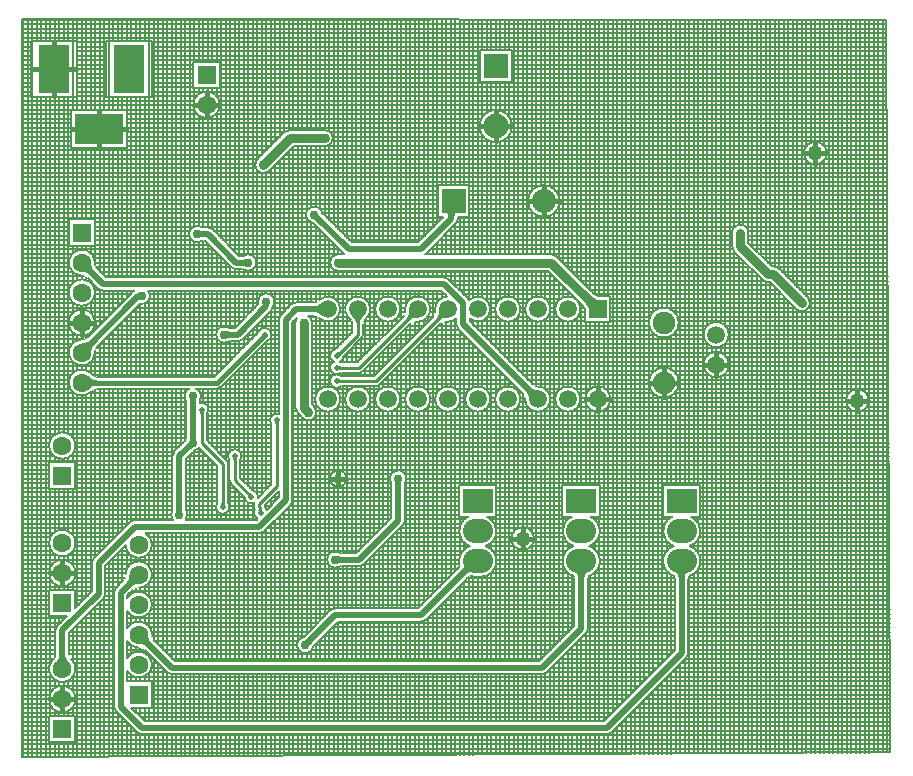
<source format=gbl>
G04*
G04 #@! TF.GenerationSoftware,Altium Limited,Altium Designer,23.10.1 (27)*
G04*
G04 Layer_Physical_Order=2*
G04 Layer_Color=16711680*
%FSLAX25Y25*%
%MOIN*%
G70*
G04*
G04 #@! TF.SameCoordinates,35A5512B-BB22-45A0-ACD4-C44AAE3452D1*
G04*
G04*
G04 #@! TF.FilePolarity,Positive*
G04*
G01*
G75*
%ADD10C,0.01000*%
%ADD47C,0.05900*%
%ADD48R,0.05900X0.05900*%
%ADD66C,0.02000*%
%ADD67C,0.01500*%
%ADD68C,0.04000*%
%ADD69C,0.03000*%
%ADD70R,0.10000X0.08000*%
%ADD71O,0.10000X0.08000*%
%ADD72R,0.06299X0.06299*%
%ADD73C,0.06299*%
%ADD74R,0.16000X0.10000*%
%ADD75R,0.10000X0.16000*%
%ADD76C,0.05906*%
%ADD77C,0.07500*%
%ADD78C,0.08268*%
%ADD79R,0.08268X0.08268*%
%ADD80R,0.08000X0.08000*%
%ADD81C,0.08000*%
%ADD82C,0.03000*%
%ADD83C,0.05000*%
%ADD84C,0.02000*%
%ADD85C,0.00500*%
G36*
X16000Y35876D02*
X16012Y35590D01*
X16048Y35309D01*
X16108Y35032D01*
X16193Y34762D01*
X16301Y34497D01*
X16434Y34236D01*
X16590Y33982D01*
X16771Y33732D01*
X16976Y33488D01*
X17205Y33249D01*
X12795D01*
X13024Y33488D01*
X13229Y33732D01*
X13410Y33982D01*
X13566Y34236D01*
X13699Y34497D01*
X13807Y34762D01*
X13892Y35032D01*
X13952Y35309D01*
X13988Y35590D01*
X14000Y35876D01*
X16000D01*
D02*
G37*
G36*
X43241Y38345D02*
X43030Y38539D01*
X42805Y38712D01*
X42568Y38865D01*
X42317Y38997D01*
X42052Y39107D01*
X41775Y39198D01*
X41484Y39267D01*
X41180Y39316D01*
X40862Y39344D01*
X40532Y39351D01*
X43650Y42469D01*
X43657Y42138D01*
X43684Y41820D01*
X43733Y41516D01*
X43802Y41225D01*
X43892Y40948D01*
X44003Y40683D01*
X44135Y40432D01*
X44288Y40195D01*
X44461Y39970D01*
X44655Y39759D01*
X43241Y38345D01*
D02*
G37*
G36*
X36345Y59759D02*
X36539Y59970D01*
X36712Y60195D01*
X36865Y60432D01*
X36997Y60683D01*
X37108Y60948D01*
X37198Y61225D01*
X37267Y61516D01*
X37316Y61820D01*
X37343Y62138D01*
X37350Y62468D01*
X40468Y59351D01*
X40138Y59343D01*
X39820Y59316D01*
X39516Y59267D01*
X39225Y59198D01*
X38948Y59108D01*
X38683Y58997D01*
X38432Y58865D01*
X38195Y58712D01*
X37970Y58539D01*
X37759Y58345D01*
X36345Y59759D01*
D02*
G37*
G36*
X55000Y84518D02*
X55050Y83571D01*
X52950D01*
X52960Y83590D01*
X52968Y83625D01*
X52975Y83677D01*
X52987Y83832D01*
X53000Y84347D01*
X53000Y84518D01*
X55000D01*
D02*
G37*
G36*
X69000Y86466D02*
X69002Y86358D01*
X69018Y86165D01*
X69032Y86079D01*
X69050Y86000D01*
X69072Y85928D01*
X69098Y85864D01*
X69128Y85807D01*
X69162Y85757D01*
X69200Y85714D01*
X67800D01*
X67838Y85757D01*
X67872Y85807D01*
X67902Y85864D01*
X67928Y85928D01*
X67950Y86000D01*
X67968Y86079D01*
X67982Y86165D01*
X67992Y86258D01*
X68000Y86466D01*
X69000D01*
D02*
G37*
G36*
X77317Y89890D02*
X77394Y89815D01*
X77543Y89690D01*
X77613Y89639D01*
X77682Y89596D01*
X77748Y89561D01*
X77812Y89534D01*
X77873Y89515D01*
X77933Y89503D01*
X77990Y89500D01*
X77000Y88510D01*
X76997Y88567D01*
X76985Y88626D01*
X76966Y88688D01*
X76939Y88752D01*
X76904Y88818D01*
X76861Y88887D01*
X76810Y88957D01*
X76751Y89030D01*
X76610Y89183D01*
X77317Y89890D01*
D02*
G37*
G36*
X72000Y100534D02*
X71998Y100642D01*
X71982Y100835D01*
X71968Y100921D01*
X71950Y101000D01*
X71928Y101072D01*
X71902Y101136D01*
X71872Y101193D01*
X71838Y101243D01*
X71800Y101286D01*
X73200D01*
X73162Y101243D01*
X73128Y101193D01*
X73098Y101136D01*
X73072Y101072D01*
X73050Y101000D01*
X73032Y100921D01*
X73018Y100835D01*
X73008Y100742D01*
X73000Y100534D01*
X72000D01*
D02*
G37*
G36*
X56366Y105780D02*
X57000Y106485D01*
X58485Y105000D01*
X58465Y104994D01*
X58434Y104975D01*
X58392Y104943D01*
X58274Y104842D01*
X57902Y104487D01*
X57780Y104366D01*
X56366Y105780D01*
D02*
G37*
G36*
X59500Y108518D02*
X59550Y107571D01*
X57450D01*
X57459Y107589D01*
X57468Y107625D01*
X57476Y107677D01*
X57487Y107832D01*
X57499Y108347D01*
X57500Y108518D01*
X59500D01*
D02*
G37*
G36*
X26449Y125750D02*
X26193Y125735D01*
X25933Y125692D01*
X25671Y125619D01*
X25405Y125517D01*
X25137Y125386D01*
X24866Y125226D01*
X24591Y125037D01*
X24314Y124819D01*
X24033Y124572D01*
X23749Y124295D01*
Y128705D01*
X24033Y128428D01*
X24591Y127963D01*
X24866Y127774D01*
X25137Y127614D01*
X25405Y127483D01*
X25671Y127381D01*
X25933Y127308D01*
X26193Y127265D01*
X26449Y127250D01*
Y125750D01*
D02*
G37*
G36*
X25655Y139241D02*
X25461Y139030D01*
X25288Y138805D01*
X25135Y138568D01*
X25003Y138317D01*
X24893Y138052D01*
X24802Y137775D01*
X24733Y137484D01*
X24684Y137180D01*
X24656Y136862D01*
X24649Y136531D01*
X21531Y139649D01*
X21862Y139656D01*
X22180Y139684D01*
X22484Y139733D01*
X22775Y139802D01*
X23052Y139892D01*
X23317Y140003D01*
X23568Y140135D01*
X23805Y140288D01*
X24030Y140461D01*
X24241Y140655D01*
X25655Y139241D01*
D02*
G37*
G36*
X57500Y119982D02*
X57450Y120929D01*
X59550D01*
X59540Y120911D01*
X59532Y120875D01*
X59525Y120823D01*
X59513Y120668D01*
X59500Y120153D01*
X59500Y119982D01*
X57500D01*
D02*
G37*
G36*
X61000Y116034D02*
X60998Y116142D01*
X60982Y116335D01*
X60968Y116421D01*
X60950Y116500D01*
X60928Y116571D01*
X60902Y116636D01*
X60872Y116693D01*
X60838Y116743D01*
X60800Y116786D01*
X62200D01*
X62162Y116743D01*
X62128Y116693D01*
X62098Y116636D01*
X62072Y116571D01*
X62050Y116500D01*
X62032Y116421D01*
X62018Y116335D01*
X62008Y116242D01*
X62000Y116034D01*
X61000D01*
D02*
G37*
G36*
X71018Y141500D02*
X70071Y141450D01*
Y143550D01*
X70090Y143541D01*
X70125Y143532D01*
X70177Y143525D01*
X70332Y143512D01*
X70847Y143500D01*
X71018Y143500D01*
Y141500D01*
D02*
G37*
G36*
X24241Y162345D02*
X24030Y162539D01*
X23805Y162712D01*
X23568Y162865D01*
X23317Y162997D01*
X23052Y163108D01*
X22775Y163198D01*
X22484Y163267D01*
X22180Y163316D01*
X21862Y163344D01*
X21531Y163350D01*
X24649Y166469D01*
X24656Y166138D01*
X24684Y165820D01*
X24733Y165516D01*
X24802Y165225D01*
X24893Y164948D01*
X25003Y164683D01*
X25135Y164432D01*
X25288Y164195D01*
X25461Y163970D01*
X25655Y163759D01*
X24241Y162345D01*
D02*
G37*
G36*
X38721Y155135D02*
X40148Y156150D01*
X40780Y154184D01*
X40751Y154190D01*
X40712Y154182D01*
X40663Y154160D01*
X40604Y154124D01*
X40534Y154074D01*
X40363Y153933D01*
X40152Y153736D01*
X40031Y153616D01*
X38721Y155135D01*
D02*
G37*
G36*
X62018Y175000D02*
X61071Y174950D01*
Y177050D01*
X61089Y177041D01*
X61125Y177032D01*
X61177Y177024D01*
X61332Y177013D01*
X61847Y177000D01*
X62018Y177000D01*
Y175000D01*
D02*
G37*
G36*
X74982Y167500D02*
X75929Y167550D01*
Y165450D01*
X75911Y165460D01*
X75875Y165468D01*
X75823Y165475D01*
X75668Y165488D01*
X75153Y165499D01*
X74982Y165500D01*
Y167500D01*
D02*
G37*
G36*
X98134Y39720D02*
X97500Y39015D01*
X96015Y40500D01*
X96035Y40506D01*
X96066Y40525D01*
X96108Y40557D01*
X96226Y40658D01*
X96599Y41014D01*
X96720Y41134D01*
X98134Y39720D01*
D02*
G37*
G36*
X108018Y66500D02*
X107071Y66450D01*
Y68550D01*
X107089Y68541D01*
X107125Y68532D01*
X107177Y68524D01*
X107332Y68512D01*
X107847Y68501D01*
X108018Y68500D01*
Y66500D01*
D02*
G37*
G36*
X81431Y84671D02*
X81434Y84564D01*
X81453Y84373D01*
X81470Y84289D01*
X81492Y84214D01*
X81518Y84146D01*
X81550Y84086D01*
X81586Y84035D01*
X81627Y83991D01*
X81673Y83955D01*
X80299Y83687D01*
X80324Y83729D01*
X80347Y83779D01*
X80366Y83836D01*
X80383Y83900D01*
X80398Y83972D01*
X80419Y84138D01*
X80426Y84232D01*
X80431Y84443D01*
X81431Y84671D01*
D02*
G37*
G36*
X86000Y112534D02*
X85998Y112642D01*
X85982Y112835D01*
X85968Y112921D01*
X85950Y113000D01*
X85928Y113072D01*
X85902Y113136D01*
X85872Y113193D01*
X85838Y113243D01*
X85800Y113286D01*
X87200D01*
X87162Y113243D01*
X87128Y113193D01*
X87098Y113136D01*
X87072Y113072D01*
X87050Y113000D01*
X87032Y112921D01*
X87018Y112835D01*
X87008Y112742D01*
X87000Y112534D01*
X86000D01*
D02*
G37*
G36*
X107966Y126500D02*
X107858Y126498D01*
X107665Y126482D01*
X107579Y126468D01*
X107500Y126450D01*
X107429Y126428D01*
X107364Y126402D01*
X107307Y126372D01*
X107257Y126338D01*
X107214Y126300D01*
Y127700D01*
X107257Y127662D01*
X107307Y127628D01*
X107364Y127598D01*
X107429Y127572D01*
X107500Y127550D01*
X107579Y127532D01*
X107665Y127518D01*
X107758Y127508D01*
X107966Y127500D01*
Y126500D01*
D02*
G37*
G36*
X147646Y63561D02*
X147965Y63893D01*
X148456Y64497D01*
X148630Y64769D01*
X148755Y65021D01*
X148832Y65252D01*
X148860Y65463D01*
X148840Y65654D01*
X148772Y65825D01*
X148656Y65976D01*
X151476Y63156D01*
X151325Y63272D01*
X151154Y63340D01*
X150963Y63360D01*
X150752Y63332D01*
X150521Y63255D01*
X150269Y63130D01*
X149997Y62956D01*
X149705Y62735D01*
X149393Y62465D01*
X149061Y62146D01*
X147646Y63561D01*
D02*
G37*
G36*
X126000Y92482D02*
X125950Y93429D01*
X128050D01*
X128041Y93410D01*
X128032Y93375D01*
X128024Y93323D01*
X128013Y93168D01*
X128000Y92653D01*
X128000Y92482D01*
X126000D01*
D02*
G37*
G36*
X170993Y124921D02*
X171195Y124734D01*
X171408Y124567D01*
X171630Y124419D01*
X171863Y124292D01*
X172106Y124185D01*
X172358Y124098D01*
X172621Y124031D01*
X172894Y123984D01*
X173177Y123957D01*
X173470Y123950D01*
X170550Y121029D01*
X170543Y121323D01*
X170516Y121606D01*
X170469Y121879D01*
X170402Y122142D01*
X170315Y122395D01*
X170208Y122637D01*
X170080Y122870D01*
X169933Y123092D01*
X169766Y123305D01*
X169579Y123507D01*
X170993Y124921D01*
D02*
G37*
G36*
X187000Y60993D02*
X186990Y61402D01*
X186960Y61768D01*
X186910Y62092D01*
X186841Y62372D01*
X186751Y62609D01*
X186641Y62803D01*
X186512Y62954D01*
X186362Y63061D01*
X186193Y63126D01*
X186003Y63147D01*
X189997D01*
X189807Y63126D01*
X189638Y63061D01*
X189488Y62954D01*
X189359Y62803D01*
X189249Y62609D01*
X189159Y62372D01*
X189090Y62092D01*
X189040Y61768D01*
X189010Y61402D01*
X189000Y60993D01*
X187000D01*
D02*
G37*
G36*
X220500D02*
X220490Y61402D01*
X220460Y61768D01*
X220410Y62092D01*
X220341Y62372D01*
X220251Y62609D01*
X220141Y62803D01*
X220012Y62954D01*
X219862Y63061D01*
X219693Y63126D01*
X219503Y63147D01*
X223497D01*
X223307Y63126D01*
X223138Y63061D01*
X222988Y62954D01*
X222859Y62803D01*
X222749Y62609D01*
X222659Y62372D01*
X222590Y62092D01*
X222540Y61768D01*
X222510Y61402D01*
X222500Y60993D01*
X220500D01*
D02*
G37*
G36*
X107966Y131000D02*
X107858Y130998D01*
X107665Y130982D01*
X107579Y130968D01*
X107500Y130950D01*
X107429Y130928D01*
X107364Y130902D01*
X107307Y130872D01*
X107257Y130838D01*
X107214Y130800D01*
Y132200D01*
X107257Y132162D01*
X107307Y132128D01*
X107364Y132098D01*
X107429Y132072D01*
X107500Y132050D01*
X107579Y132032D01*
X107665Y132018D01*
X107758Y132008D01*
X107966Y132000D01*
Y131000D01*
D02*
G37*
G36*
X107890Y136183D02*
X107816Y136106D01*
X107690Y135957D01*
X107639Y135887D01*
X107596Y135818D01*
X107561Y135752D01*
X107534Y135688D01*
X107515Y135626D01*
X107503Y135567D01*
X107500Y135510D01*
X106510Y136500D01*
X106567Y136503D01*
X106626Y136515D01*
X106688Y136534D01*
X106752Y136561D01*
X106818Y136596D01*
X106887Y136639D01*
X106957Y136690D01*
X107030Y136749D01*
X107183Y136890D01*
X107890Y136183D01*
D02*
G37*
G36*
X113000Y146323D02*
X112984Y146535D01*
X112937Y146757D01*
X112859Y146989D01*
X112750Y147231D01*
X112609Y147484D01*
X112437Y147746D01*
X112233Y148018D01*
X111732Y148591D01*
X111435Y148893D01*
X115565D01*
X115268Y148591D01*
X114767Y148018D01*
X114563Y147746D01*
X114391Y147484D01*
X114250Y147231D01*
X114141Y146989D01*
X114063Y146757D01*
X114016Y146535D01*
X114000Y146323D01*
X113000D01*
D02*
G37*
G36*
X98955Y152000D02*
X99230Y152011D01*
X99498Y152043D01*
X99760Y152096D01*
X100014Y152170D01*
X100262Y152266D01*
X100502Y152383D01*
X100735Y152522D01*
X100962Y152682D01*
X101181Y152863D01*
X101393Y153065D01*
Y148935D01*
X101181Y149137D01*
X100962Y149318D01*
X100735Y149478D01*
X100502Y149617D01*
X100262Y149734D01*
X100014Y149830D01*
X99760Y149904D01*
X99498Y149957D01*
X99230Y149989D01*
X98955Y150000D01*
Y152000D01*
D02*
G37*
G36*
X99720Y180366D02*
X99015Y181000D01*
X100500Y182485D01*
X100506Y182465D01*
X100525Y182434D01*
X100557Y182392D01*
X100658Y182274D01*
X101014Y181902D01*
X101134Y181780D01*
X99720Y180366D01*
D02*
G37*
G36*
X146352Y182994D02*
X146209Y182938D01*
X146083Y182846D01*
X145974Y182718D01*
X145882Y182552D01*
X145806Y182350D01*
X145747Y182110D01*
X145705Y181834D01*
X145680Y181521D01*
X145672Y181172D01*
X143672D01*
X143663Y181521D01*
X143638Y181834D01*
X143596Y182110D01*
X143537Y182350D01*
X143462Y182552D01*
X143369Y182718D01*
X143260Y182846D01*
X143134Y182938D01*
X142991Y182994D01*
X142831Y183012D01*
X146512D01*
X146352Y182994D01*
D02*
G37*
G36*
X191178Y155464D02*
X192283Y154528D01*
X192771Y154188D01*
X193217Y153932D01*
X193620Y153761D01*
X193980Y153675D01*
X194297Y153674D01*
X194572Y153758D01*
X194805Y153926D01*
X190574Y149695D01*
X190743Y149928D01*
X190826Y150203D01*
X190825Y150520D01*
X190739Y150880D01*
X190568Y151283D01*
X190312Y151729D01*
X189972Y152217D01*
X189546Y152748D01*
X188441Y153938D01*
X190562Y156059D01*
X191178Y155464D01*
D02*
G37*
G36*
X143471Y148050D02*
X143047Y148047D01*
X142287Y147995D01*
X141951Y147947D01*
X141644Y147883D01*
X141366Y147805D01*
X141117Y147711D01*
X140898Y147602D01*
X140707Y147478D01*
X140546Y147339D01*
X139839Y148046D01*
X139978Y148207D01*
X140102Y148398D01*
X140211Y148617D01*
X140305Y148866D01*
X140383Y149144D01*
X140447Y149451D01*
X140495Y149787D01*
X140547Y150547D01*
X140550Y150970D01*
X143471Y148050D01*
D02*
G37*
G36*
X133470D02*
X133047Y148047D01*
X132287Y147995D01*
X131951Y147947D01*
X131644Y147883D01*
X131366Y147805D01*
X131117Y147711D01*
X130898Y147602D01*
X130707Y147478D01*
X130546Y147339D01*
X129839Y148046D01*
X129978Y148207D01*
X130102Y148398D01*
X130211Y148617D01*
X130305Y148866D01*
X130383Y149144D01*
X130447Y149451D01*
X130495Y149787D01*
X130547Y150547D01*
X130550Y150970D01*
X133470Y148050D01*
D02*
G37*
D10*
X72500Y94000D02*
X78000Y88500D01*
X72500Y94000D02*
Y102000D01*
X61500Y106500D02*
X68500Y99500D01*
X61500Y106500D02*
Y117500D01*
X68500Y85000D02*
Y99500D01*
X86500Y91965D02*
Y114000D01*
X80656Y86120D02*
X86500Y91965D01*
X80931Y83311D02*
X81122Y83120D01*
X80931Y83311D02*
Y84845D01*
X80656Y85120D02*
Y86120D01*
Y85120D02*
X80931Y84845D01*
X106500Y131500D02*
X114000D01*
X106500Y135500D02*
X113500Y142500D01*
X106500Y127000D02*
X119500D01*
X113500Y142500D02*
Y151000D01*
X119500Y127000D02*
X143500Y151000D01*
X114000Y131500D02*
X133500Y151000D01*
D47*
X193500Y121000D02*
D03*
X183500D02*
D03*
X173500D02*
D03*
X163500D02*
D03*
X153500D02*
D03*
X143500D02*
D03*
X133500D02*
D03*
X123500D02*
D03*
X113500D02*
D03*
X103500D02*
D03*
Y151000D02*
D03*
X113500D02*
D03*
X123500D02*
D03*
X133500D02*
D03*
X143500D02*
D03*
X153500D02*
D03*
X163500D02*
D03*
X173500D02*
D03*
X183500D02*
D03*
D48*
X193500D02*
D03*
D66*
X93000D02*
X103500D01*
X89500Y147500D02*
X93000Y151000D01*
X89500Y87255D02*
Y147500D01*
X97000Y116500D02*
Y116672D01*
X80745Y78500D02*
X89500Y87255D01*
X114000Y67500D02*
X127000Y80500D01*
Y94500D01*
X54000Y102000D02*
X58500Y106500D01*
X54000Y82500D02*
Y102000D01*
X39217Y78500D02*
X80745D01*
X27095Y66377D02*
X39217Y78500D01*
X27095Y55967D02*
Y66377D01*
X15000Y43872D02*
X27095Y55967D01*
X15000Y31000D02*
Y43872D01*
X34500Y56500D02*
X40500Y62500D01*
X34500Y18500D02*
Y56500D01*
X58500Y106500D02*
Y122000D01*
X106000Y67500D02*
X114000D01*
X134500Y171000D02*
X144672Y181172D01*
X99000Y182500D02*
X110500Y171000D01*
X134500D01*
X106000Y49000D02*
X134500D01*
X96000Y39000D02*
X106000Y49000D01*
X134500D02*
X152500Y67000D01*
X40500Y42500D02*
X51500Y31500D01*
X175000D01*
X188000Y44500D01*
X28636Y159364D02*
X142137D01*
X148550Y145950D02*
Y152950D01*
X142137Y159364D02*
X148550Y152950D01*
X21500Y166500D02*
X28636Y159364D01*
X83000Y152000D02*
Y153500D01*
X73500Y142500D02*
X83000Y152000D01*
X69000Y142500D02*
X73500D01*
X63500Y176000D02*
X73000Y166500D01*
X60000Y176000D02*
X63500D01*
X73000Y166500D02*
X77000D01*
X21500Y136500D02*
X40309Y155309D01*
X41309D01*
X41500Y155500D01*
X144672Y181172D02*
Y186172D01*
X145500Y187000D01*
X152500Y67000D02*
X153500D01*
X34500Y18500D02*
X41500Y11500D01*
X196500D01*
X221500Y36500D02*
Y67000D01*
X196500Y11500D02*
X221500Y36500D01*
X188000Y44500D02*
Y67000D01*
X148550Y145950D02*
X173500Y121000D01*
D67*
X266000Y203000D02*
Y206500D01*
Y203000D02*
X269500D01*
X262500D02*
X266000D01*
Y199500D02*
Y203000D01*
X175500Y187000D02*
X180500D01*
X159500Y212000D02*
X164634D01*
X175500Y187000D02*
Y192000D01*
X170500Y187000D02*
X175500D01*
Y182000D02*
Y187000D01*
X233000Y132500D02*
Y136453D01*
Y132500D02*
X236953D01*
X233000Y128547D02*
Y132500D01*
X229047D02*
X233000D01*
X215500Y126500D02*
Y131250D01*
X210750Y126500D02*
X215500D01*
X220250D01*
X159500Y212000D02*
Y217134D01*
Y206866D02*
Y212000D01*
X154366D02*
X159500D01*
X280000Y120500D02*
X283500D01*
X280000D02*
Y124000D01*
X276500Y120500D02*
X280000D01*
Y117000D02*
Y120500D01*
X215500Y121750D02*
Y126500D01*
X193500Y121000D02*
X197450D01*
X193500D02*
Y124950D01*
X189550Y121000D02*
X193500D01*
Y117050D02*
Y121000D01*
X168500Y74500D02*
Y78000D01*
Y71000D02*
Y74500D01*
X172000D01*
X165000D02*
X168500D01*
X107000Y94500D02*
X109500D01*
X107000Y92000D02*
Y94500D01*
X104500D02*
X107000D01*
Y97000D01*
X63100Y219100D02*
X67250D01*
X63100D02*
Y223250D01*
X58950Y219100D02*
X63100D01*
Y214950D02*
Y219100D01*
X27228Y211000D02*
Y217000D01*
Y205000D02*
Y211000D01*
X36228D01*
X4929Y231000D02*
X12228D01*
X19527D01*
X12228D02*
Y240000D01*
X18228Y211000D02*
X27228D01*
X12228Y222000D02*
Y231000D01*
X17350Y146500D02*
X21500D01*
X25650D01*
X21500D02*
Y150650D01*
Y142350D02*
Y146500D01*
X10850Y63000D02*
X15000D01*
Y67150D01*
Y63000D02*
X19150D01*
X15000Y58850D02*
Y63000D01*
Y21000D02*
X19150D01*
X15000D02*
Y25150D01*
X10850Y21000D02*
X15000D01*
Y16850D02*
Y21000D01*
X66500Y126500D02*
X82500Y142500D01*
X21500Y126500D02*
X66500D01*
D68*
X15000Y63000D02*
Y63622D01*
X14458Y63000D02*
X15000D01*
D69*
X95500Y118172D02*
X97000Y116672D01*
X95500Y118172D02*
Y146500D01*
X107000Y166500D02*
X178000D01*
X251904Y162596D02*
X261500Y153000D01*
X250404Y162596D02*
X251904D01*
X241000Y172000D02*
Y176500D01*
Y172000D02*
X250404Y162596D01*
X178000Y166500D02*
X193500Y151000D01*
X91000Y208000D02*
X102500D01*
X82000Y199000D02*
X91000Y208000D01*
D70*
X153500Y87000D02*
D03*
X188000D02*
D03*
X221500D02*
D03*
D71*
X153500Y77000D02*
D03*
Y67000D02*
D03*
X188000Y77000D02*
D03*
Y67000D02*
D03*
X221500Y77000D02*
D03*
Y67000D02*
D03*
D72*
X15000Y95500D02*
D03*
Y53000D02*
D03*
Y11000D02*
D03*
X63100Y229100D02*
D03*
X21500Y176500D02*
D03*
X40500Y22500D02*
D03*
D73*
X15000Y105500D02*
D03*
Y73000D02*
D03*
Y63000D02*
D03*
Y31000D02*
D03*
Y21000D02*
D03*
X63100Y219100D02*
D03*
X21500Y126500D02*
D03*
Y136500D02*
D03*
Y146500D02*
D03*
Y156500D02*
D03*
Y166500D02*
D03*
X40500Y42500D02*
D03*
Y32500D02*
D03*
Y52500D02*
D03*
Y62500D02*
D03*
Y72500D02*
D03*
D74*
X27228Y211000D02*
D03*
D75*
X12228Y231000D02*
D03*
X37228D02*
D03*
D76*
X233000Y132500D02*
D03*
Y142500D02*
D03*
D77*
X215500Y146500D02*
D03*
Y126500D02*
D03*
D78*
X159500Y212000D02*
D03*
D79*
Y232000D02*
D03*
D80*
X145500Y187000D02*
D03*
D81*
X175500D02*
D03*
D82*
X95500Y146500D02*
D03*
X107000Y166500D02*
D03*
X127000Y94500D02*
D03*
X58500Y122000D02*
D03*
Y106500D02*
D03*
X54000Y82500D02*
D03*
X97000Y116500D02*
D03*
X106000Y67500D02*
D03*
X107000Y94500D02*
D03*
X96000Y39000D02*
D03*
X241000Y175500D02*
D03*
X261500Y153000D02*
D03*
X83000Y153500D02*
D03*
X69000Y142500D02*
D03*
X102500Y208000D02*
D03*
X82000Y199000D02*
D03*
X77000Y166500D02*
D03*
X60000Y176000D02*
D03*
X41500Y155500D02*
D03*
X99000Y182500D02*
D03*
D83*
X168500Y74500D02*
D03*
X266000Y203000D02*
D03*
X280000Y120500D02*
D03*
D84*
X72500Y102000D02*
D03*
X68500Y85000D02*
D03*
X78000Y88500D02*
D03*
X61500Y117500D02*
D03*
X81122Y83120D02*
D03*
X86500Y114000D02*
D03*
X106500Y131500D02*
D03*
Y127000D02*
D03*
Y135500D02*
D03*
X82500Y142500D02*
D03*
D85*
X269750Y203000D02*
G03*
X269750Y203000I-3750J0D01*
G01*
X238250Y172000D02*
G03*
X239059Y170052I2750J0D01*
G01*
X243750Y176500D02*
G03*
X238250Y176500I-2750J0D01*
G01*
Y172000D02*
G03*
X239055Y170055I2750J0D01*
G01*
X253853Y164536D02*
G03*
X251904Y165346I-1948J-1941D01*
G01*
X253849Y164540D02*
G03*
X251904Y165346I-1945J-1945D01*
G01*
X164884Y212000D02*
G03*
X164884Y212000I-5384J0D01*
G01*
X180750Y187000D02*
G03*
X180750Y187000I-5250J0D01*
G01*
X179948Y168441D02*
G03*
X178000Y169250I-1948J-1941D01*
G01*
X179945Y168445D02*
G03*
X178000Y169250I-1945J-1945D01*
G01*
X264250Y153000D02*
G03*
X263444Y154945I-2750J0D01*
G01*
X264250Y153000D02*
G03*
X263441Y154948I-2750J0D01*
G01*
X259552Y151059D02*
G03*
X264250Y153000I1948J1941D01*
G01*
X259556Y151056D02*
G03*
X264250Y153000I1945J1945D01*
G01*
X248460Y160651D02*
G03*
X250404Y159846I1945J1945D01*
G01*
X248456Y160655D02*
G03*
X250404Y159846I1948J1941D01*
G01*
X237203Y142500D02*
G03*
X237203Y142500I-4203J0D01*
G01*
Y132500D02*
G03*
X237203Y132500I-4203J0D01*
G01*
X220500Y146500D02*
G03*
X220500Y146500I-5000J0D01*
G01*
X187700Y151000D02*
G03*
X187700Y151000I-4200J0D01*
G01*
X177700D02*
G03*
X177700Y151000I-4200J0D01*
G01*
X167700D02*
G03*
X167700Y151000I-4200J0D01*
G01*
X146263Y179581D02*
G03*
X146915Y181006I-1591J1591D01*
G01*
X146264Y179581D02*
G03*
X146915Y181006I-1592J1590D01*
G01*
X150547Y153987D02*
G03*
X150141Y154541I-1997J-1036D01*
G01*
X157700Y151000D02*
G03*
X150547Y153987I-4200J0D01*
G01*
D02*
G03*
X150142Y154540I-1997J-1036D01*
G01*
X143727Y160956D02*
G03*
X142137Y161614I-1590J-1592D01*
G01*
X143728Y160955D02*
G03*
X142137Y161614I-1591J-1591D01*
G01*
X143134Y155184D02*
G03*
X139301Y151104I366J-4184D01*
G01*
X105250Y208000D02*
G03*
X102500Y210750I-2750J0D01*
G01*
X107000Y169250D02*
G03*
X107000Y163750I0J-2750D01*
G01*
Y169250D02*
G03*
X107000Y163750I0J-2750D01*
G01*
X137700Y151000D02*
G03*
X129301Y151104I-4200J0D01*
G01*
X127700Y151000D02*
G03*
X127700Y151000I-4200J0D01*
G01*
X117700D02*
G03*
X110458Y148105I-4200J0D01*
G01*
X150800Y147783D02*
G03*
X157700Y151000I2700J3217D01*
G01*
X143604Y146801D02*
G03*
X146300Y147870I-104J4199D01*
G01*
Y145950D02*
G03*
X146958Y144360I2250J0D01*
G01*
X146300Y145950D02*
G03*
X146959Y144359I2250J0D01*
G01*
X133604Y146801D02*
G03*
X137700Y151000I-104J4199D01*
G01*
X116542Y148105D02*
G03*
X117700Y151000I-3042J2895D01*
G01*
X114737Y141263D02*
G03*
X115250Y142500I-1237J1237D01*
G01*
X114737Y141263D02*
G03*
X115250Y142500I-1237J1237D01*
G01*
X107531Y133500D02*
G03*
X108732Y135216I-1031J2000D01*
G01*
X106216Y137732D02*
G03*
X105469Y133500I284J-2232D01*
G01*
X107878Y133279D02*
G03*
X107531Y133500I-1378J-1779D01*
G01*
X114000Y129750D02*
G03*
X115237Y130263I0J1750D01*
G01*
X119500Y125250D02*
G03*
X120737Y125763I0J1750D01*
G01*
X119500Y125250D02*
G03*
X120737Y125763I0J1750D01*
G01*
X114000Y129750D02*
G03*
X115237Y130263I0J1750D01*
G01*
X105469Y133500D02*
G03*
X106500Y129250I1031J-2000D01*
G01*
D02*
G03*
X107877Y129721I0J2250D01*
G01*
X107878Y128779D02*
G03*
X106500Y129250I-1378J-1779D01*
G01*
D02*
G03*
X107877Y125221I0J-2250D01*
G01*
X283750Y120500D02*
G03*
X283750Y120500I-3750J0D01*
G01*
X227750Y77000D02*
G03*
X224736Y81750I-5250J0D01*
G01*
X224101Y72000D02*
G03*
X227750Y77000I-1601J5000D01*
G01*
X218264Y81750D02*
G03*
X218899Y72000I2236J-4750D01*
G01*
X220500Y126500D02*
G03*
X220500Y126500I-5000J0D01*
G01*
X197700Y121000D02*
G03*
X197700Y121000I-4200J0D01*
G01*
X187700D02*
G03*
X187700Y121000I-4200J0D01*
G01*
X194250Y77000D02*
G03*
X191236Y81750I-5250J0D01*
G01*
X184764D02*
G03*
X185399Y72000I2236J-4750D01*
G01*
X190601D02*
G03*
X194250Y77000I-1601J5000D01*
G01*
X227750Y67000D02*
G03*
X224101Y72000I-5250J0D01*
G01*
X218899D02*
G03*
X219137Y61930I1601J-5000D01*
G01*
X223863D02*
G03*
X227750Y67000I-1363J5070D01*
G01*
X223092Y34910D02*
G03*
X223750Y36500I-1592J1590D01*
G01*
X223091Y34909D02*
G03*
X223750Y36500I-1591J1591D01*
G01*
X196500Y9250D02*
G03*
X198091Y9909I0J2250D01*
G01*
X196500Y9250D02*
G03*
X198090Y9908I0J2250D01*
G01*
X194250Y67000D02*
G03*
X190601Y72000I-5250J0D01*
G01*
X190363Y61930D02*
G03*
X194250Y67000I-1363J5070D01*
G01*
X185399Y72000D02*
G03*
X185637Y61930I1601J-5000D01*
G01*
X189591Y42909D02*
G03*
X190250Y44500I-1591J1591D01*
G01*
X189592Y42910D02*
G03*
X190250Y44500I-1592J1590D01*
G01*
X177700Y121000D02*
G03*
X173615Y125198I-4200J0D01*
G01*
X169302Y120885D02*
G03*
X177700Y121000I4198J115D01*
G01*
X167700D02*
G03*
X167700Y121000I-4200J0D01*
G01*
X157700D02*
G03*
X157700Y121000I-4200J0D01*
G01*
X147700D02*
G03*
X147700Y121000I-4200J0D01*
G01*
X172250Y74500D02*
G03*
X172250Y74500I-3750J0D01*
G01*
X159750Y77000D02*
G03*
X156736Y81750I-5250J0D01*
G01*
X159750Y67000D02*
G03*
X156101Y72000I-5250J0D01*
G01*
X150264Y81750D02*
G03*
X150899Y72000I2236J-4750D01*
G01*
X156101D02*
G03*
X159750Y77000I-1601J5000D01*
G01*
X150899Y72000D02*
G03*
X147425Y65657I1601J-5000D01*
G01*
X137700Y121000D02*
G03*
X137700Y121000I-4200J0D01*
G01*
X127700D02*
G03*
X127700Y121000I-4200J0D01*
G01*
X129283Y92966D02*
G03*
X129750Y94500I-2283J1534D01*
G01*
D02*
G03*
X124697Y92998I-2750J0D01*
G01*
X117700Y121000D02*
G03*
X117700Y121000I-4200J0D01*
G01*
X109750Y94500D02*
G03*
X109750Y94500I-2750J0D01*
G01*
X128592Y78910D02*
G03*
X129250Y80500I-1592J1590D01*
G01*
X128591Y78909D02*
G03*
X129250Y80500I-1591J1591D01*
G01*
X107534Y69783D02*
G03*
X107502Y65197I-1534J-2283D01*
G01*
X154500Y61750D02*
G03*
X159750Y67000I0J5250D01*
G01*
X151157Y61925D02*
G03*
X152500Y61750I1343J5075D01*
G01*
X175000Y29250D02*
G03*
X176591Y29909I0J2250D01*
G01*
X175000Y29250D02*
G03*
X176590Y29908I0J2250D01*
G01*
X134500Y46750D02*
G03*
X136091Y47409I0J2250D01*
G01*
X134500Y46750D02*
G03*
X136090Y47408I0J2250D01*
G01*
X114000Y65250D02*
G03*
X115591Y65909I0J2250D01*
G01*
X114000Y65250D02*
G03*
X115590Y65908I0J2250D01*
G01*
X106000Y51250D02*
G03*
X104410Y50592I0J-2250D01*
G01*
X106000Y51250D02*
G03*
X104409Y50591I0J-2250D01*
G01*
X105250Y208000D02*
G03*
X102500Y210750I-2750J0D01*
G01*
Y205250D02*
G03*
X105250Y208000I0J2750D01*
G01*
X102500Y205250D02*
G03*
X105250Y208000I0J2750D01*
G01*
X101699Y183030D02*
G03*
X98433Y179809I-2699J-530D01*
G01*
X91000Y210750D02*
G03*
X89056Y209945I0J-2750D01*
G01*
X91000Y210750D02*
G03*
X89052Y209941I0J-2750D01*
G01*
X80059Y200948D02*
G03*
X83948Y197059I1941J-1948D01*
G01*
X80055Y200944D02*
G03*
X83944Y197055I1945J-1945D01*
G01*
X79750Y166500D02*
G03*
X75498Y168804I-2750J0D01*
G01*
X75466Y164217D02*
G03*
X79750Y166500I1534J2283D01*
G01*
X67500Y219100D02*
G03*
X67500Y219100I-4400J0D01*
G01*
X71409Y164909D02*
G03*
X73000Y164250I1591J1591D01*
G01*
X71410Y164908D02*
G03*
X73000Y164250I1590J1592D01*
G01*
X107700Y151000D02*
G03*
X100613Y154050I-4200J0D01*
G01*
Y147950D02*
G03*
X107700Y151000I2887J3050D01*
G01*
X98250Y146500D02*
G03*
X97081Y148750I-2750J0D01*
G01*
X98250Y146500D02*
G03*
X97081Y148750I-2750J0D01*
G01*
X93221Y148039D02*
G03*
X92750Y146500I2279J-1539D01*
G01*
X93221Y148039D02*
G03*
X92750Y146500I2279J-1539D01*
G01*
X93000Y153250D02*
G03*
X91410Y152592I0J-2250D01*
G01*
X93000Y153250D02*
G03*
X91409Y152591I0J-2250D01*
G01*
X87909Y149091D02*
G03*
X87250Y147500I1591J-1591D01*
G01*
X87908Y149090D02*
G03*
X87250Y147500I1592J-1590D01*
G01*
X107700Y121000D02*
G03*
X107700Y121000I-4200J0D01*
G01*
X99750Y116672D02*
G03*
X98944Y118616I-2750J0D01*
G01*
X94570Y115213D02*
G03*
X99750Y116500I2430J1288D01*
G01*
X92750Y118172D02*
G03*
X93555Y116227I2750J0D01*
G01*
X92750Y118172D02*
G03*
X93559Y116223I2750J0D01*
G01*
X85249Y151917D02*
G03*
X85750Y153500I-2248J1583D01*
G01*
X84592Y150410D02*
G03*
X85249Y151917I-1592J1590D01*
G01*
X84591Y150409D02*
G03*
X85249Y151917I-1591J1591D01*
G01*
X85750Y153500D02*
G03*
X80406Y152588I-2750J0D01*
G01*
X83185Y140357D02*
G03*
X84750Y142500I-685J2143D01*
G01*
D02*
G03*
X80357Y143185I-2250J0D01*
G01*
X73500Y140250D02*
G03*
X75090Y140908I0J2250D01*
G01*
X73500Y140250D02*
G03*
X75091Y140909I0J2250D01*
G01*
X87250Y116121D02*
G03*
X84721Y112623I-750J-2121D01*
G01*
X70534Y144783D02*
G03*
X70502Y140197I-1534J-2283D01*
G01*
X66500Y124500D02*
G03*
X67917Y125089I0J2000D01*
G01*
X66500Y124500D02*
G03*
X67914Y125086I0J2000D01*
G01*
X65090Y177592D02*
G03*
X63500Y178250I-1590J-1592D01*
G01*
X65091Y177591D02*
G03*
X63500Y178250I-1591J-1591D01*
G01*
X61534Y178283D02*
G03*
X61502Y173696I-1534J-2283D01*
G01*
X38966Y157114D02*
G03*
X38719Y156901I1343J-1805D01*
G01*
X38966Y157114D02*
G03*
X38718Y156900I1343J-1805D01*
G01*
X44250Y155500D02*
G03*
X43727Y157114I-2750J0D01*
G01*
X41012Y152794D02*
G03*
X44250Y155500I488J2706D01*
G01*
X27046Y157772D02*
G03*
X28636Y157114I1590J1592D01*
G01*
X27045Y157773D02*
G03*
X28636Y157114I1591J1591D01*
G01*
X57354Y124500D02*
G03*
X56196Y120498I1146J-2500D01*
G01*
X60783Y120466D02*
G03*
X61250Y122000I-2283J1534D01*
G01*
X63750Y117500D02*
G03*
X60750Y119621I-2250J0D01*
G01*
X63279Y116122D02*
G03*
X63750Y117500I-1779J1378D01*
G01*
X61250Y122000D02*
G03*
X59646Y124500I-2750J0D01*
G01*
X25898Y166611D02*
G03*
X21389Y162102I-4398J-111D01*
G01*
X25900Y156500D02*
G03*
X25900Y156500I-4400J0D01*
G01*
Y146500D02*
G03*
X25900Y146500I-4400J0D01*
G01*
X21389Y140898D02*
G03*
X25898Y136389I111J-4398D01*
G01*
X24536Y129684D02*
G03*
X24536Y123316I-3036J-3184D01*
G01*
X74279Y100622D02*
G03*
X74750Y102000I-1779J1378D01*
G01*
X80250Y88500D02*
G03*
X78284Y90732I-2250J0D01*
G01*
X70750Y94000D02*
G03*
X71263Y92763I1750J0D01*
G01*
X70750Y94000D02*
G03*
X71263Y92763I1750J0D01*
G01*
X91091Y85664D02*
G03*
X91750Y87255I-1591J1591D01*
G01*
X91092Y85665D02*
G03*
X91750Y87255I-1592J1590D01*
G01*
X80225Y88164D02*
G03*
X80250Y88500I-2225J336D01*
G01*
X78938Y86455D02*
G03*
X78906Y86120I1718J-335D01*
G01*
X78938Y86455D02*
G03*
X78906Y86120I1718J-335D01*
G01*
X75768Y88216D02*
G03*
X78938Y86455I2232J284D01*
G01*
X82681Y84845D02*
G03*
X82541Y85531I-1750J0D01*
G01*
X82681Y84845D02*
G03*
X82541Y85531I-1750J0D01*
G01*
X83153Y84090D02*
G03*
X82700Y84725I-2030J-970D01*
G01*
X78906Y85120D02*
G03*
X79147Y84234I1750J0D01*
G01*
X78906Y85120D02*
G03*
X79147Y84234I1750J0D01*
G01*
X79140Y84185D02*
G03*
X80153Y81090I1982J-1065D01*
G01*
X74750Y102000D02*
G03*
X70721Y100623I-2250J0D01*
G01*
X70250Y99500D02*
G03*
X69737Y100737I-1750J0D01*
G01*
X70250Y99500D02*
G03*
X69737Y100737I-1750J0D01*
G01*
X56217Y108034D02*
G03*
X55809Y107067I2283J-1534D01*
G01*
X59030Y103802D02*
G03*
X60689Y104836I-530J2699D01*
G01*
X52409Y103591D02*
G03*
X51750Y102000I1591J-1591D01*
G01*
X52408Y103590D02*
G03*
X51750Y102000I1592J-1590D01*
G01*
X70750Y85000D02*
G03*
X70279Y86377I-2250J0D01*
G01*
X66721Y86378D02*
G03*
X70750Y85000I1779J-1378D01*
G01*
X56750Y82500D02*
G03*
X56304Y84002I-2750J0D01*
G01*
X51717Y84034D02*
G03*
X51879Y80750I2283J-1534D01*
G01*
X95470Y41699D02*
G03*
X98691Y38433I530J-2699D01*
G01*
X80745Y76250D02*
G03*
X82335Y76908I0J2250D01*
G01*
X80745Y76250D02*
G03*
X82336Y76909I0J2250D01*
G01*
X56121Y80750D02*
G03*
X56750Y82500I-2121J1750D01*
G01*
X44900Y72500D02*
G03*
X42801Y76250I-4400J0D01*
G01*
X39217Y80750D02*
G03*
X37626Y80091I0J-2250D01*
G01*
X36110Y72211D02*
G03*
X44900Y72500I4390J289D01*
G01*
X39217Y80750D02*
G03*
X37627Y80092I0J-2250D01*
G01*
X44900Y62500D02*
G03*
X36102Y62611I-4400J0D01*
G01*
X25504Y67968D02*
G03*
X24845Y66377I1591J-1591D01*
G01*
X25503Y67967D02*
G03*
X24845Y66377I1592J-1590D01*
G01*
X40611Y58102D02*
G03*
X44900Y62500I-111J4398D01*
G01*
X32909Y58091D02*
G03*
X32250Y56500I1591J-1591D01*
G01*
X44900Y52500D02*
G03*
X36750Y54801I-4400J0D01*
G01*
X32908Y58090D02*
G03*
X32250Y56500I1592J-1590D01*
G01*
X28687Y54377D02*
G03*
X29345Y55967I-1592J1590D01*
G01*
X28686Y54376D02*
G03*
X29345Y55967I-1591J1591D01*
G01*
X19400Y105500D02*
G03*
X19400Y105500I-4400J0D01*
G01*
Y73000D02*
G03*
X19400Y73000I-4400J0D01*
G01*
Y63000D02*
G03*
X19400Y63000I-4400J0D01*
G01*
X36750Y50199D02*
G03*
X44900Y52500I3750J2301D01*
G01*
X44898Y42611D02*
G03*
X36750Y44801I-4398J-111D01*
G01*
X44900Y32500D02*
G03*
X36750Y34801I-4400J0D01*
G01*
X49909Y29909D02*
G03*
X51500Y29250I1591J1591D01*
G01*
X49910Y29908D02*
G03*
X51500Y29250I1590J1592D01*
G01*
X36750Y30199D02*
G03*
X44900Y32500I3750J2301D01*
G01*
X36750Y40199D02*
G03*
X40389Y38102I3750J2301D01*
G01*
X39910Y9908D02*
G03*
X41500Y9250I1590J1592D01*
G01*
X39909Y9909D02*
G03*
X41500Y9250I1591J1591D01*
G01*
X32250Y18500D02*
G03*
X32909Y16909I2250J0D01*
G01*
X32250Y18500D02*
G03*
X32908Y16910I2250J0D01*
G01*
X19400Y31000D02*
G03*
X18188Y34032I-4400J0D01*
G01*
X11812D02*
G03*
X19400Y31000I3188J-3032D01*
G01*
X13409Y45463D02*
G03*
X12750Y43872I1591J-1591D01*
G01*
X13408Y45462D02*
G03*
X12750Y43872I1592J-1590D01*
G01*
X19400Y21000D02*
G03*
X19400Y21000I-4400J0D01*
G01*
X269000Y205250D02*
Y247249D01*
X268795Y205500D02*
X289826D01*
X267500Y206437D02*
Y247252D01*
X269717Y202500D02*
X289844D01*
X269172Y201000D02*
X289853D01*
X269614Y204000D02*
X289835D01*
X267346Y199500D02*
X289862D01*
X244389Y172500D02*
X290026D01*
X245889Y171000D02*
X290035D01*
X243750Y174000D02*
X290017D01*
X248889Y168000D02*
X290053D01*
X250389Y166500D02*
X290062D01*
X247389Y169500D02*
X290044D01*
X180654Y186000D02*
X289944D01*
X242887Y178500D02*
X289989D01*
X180726Y187500D02*
X289935D01*
X243750Y175500D02*
X290007D01*
X243704Y177000D02*
X289999D01*
X245000Y171889D02*
Y247295D01*
X263000Y205250D02*
Y247260D01*
X243500Y177646D02*
Y247298D01*
X248000Y168889D02*
Y247289D01*
X249500Y167389D02*
Y247286D01*
X246500Y170389D02*
Y247292D01*
X240500Y179204D02*
Y247303D01*
X242000Y179062D02*
Y247300D01*
X180500Y188601D02*
Y247418D01*
X239000Y178387D02*
Y247306D01*
X182000Y166389D02*
Y247415D01*
X266000Y206750D02*
Y247254D01*
X264500Y206437D02*
Y247257D01*
X243750Y175500D02*
Y176500D01*
Y173139D02*
Y175500D01*
X238250Y172000D02*
Y175500D01*
Y176500D01*
X181889Y166500D02*
X242611D01*
X258500Y159889D02*
Y247269D01*
X260000Y158389D02*
Y247266D01*
X257000Y161389D02*
Y247272D01*
X278000Y123672D02*
Y247231D01*
X279500Y124216D02*
Y247229D01*
X261500Y156889D02*
Y247263D01*
X252500Y165280D02*
Y247280D01*
X254000Y164389D02*
Y247277D01*
X251000Y165889D02*
Y247283D01*
X255500Y162889D02*
Y247274D01*
X236000Y145443D02*
Y247312D01*
X263000Y155389D02*
Y200750D01*
X253239Y165000D02*
X290071D01*
X281000Y124114D02*
Y247226D01*
X282500Y123295D02*
Y247223D01*
X253853Y164536D02*
X263441Y154948D01*
X243750Y173139D02*
X251543Y165346D01*
X251904D01*
X183389Y165000D02*
X244111D01*
X239059Y170052D02*
X248456Y160655D01*
X192500Y156015D02*
Y247395D01*
X194000Y155200D02*
Y247392D01*
X191000Y157389D02*
Y247398D01*
X197000Y155200D02*
Y247386D01*
X210500Y146500D02*
Y247361D01*
X195500Y155200D02*
Y247389D01*
X185000Y163389D02*
Y247409D01*
X186500Y161889D02*
Y247407D01*
X183500Y164889D02*
Y247412D01*
X189500Y158889D02*
Y247401D01*
X188000Y160389D02*
Y247404D01*
X231500Y146426D02*
Y247320D01*
X233000Y146703D02*
Y247318D01*
X219500Y149500D02*
Y247343D01*
X234500Y146426D02*
Y247315D01*
X230000Y145443D02*
Y247323D01*
X215000Y151475D02*
Y247352D01*
X216500Y151399D02*
Y247349D01*
X213500Y151083D02*
Y247355D01*
X218000Y150830D02*
Y247346D01*
X212000Y150071D02*
Y247358D01*
X164884Y231000D02*
X289671D01*
X164884Y229500D02*
X289680D01*
X164884Y232500D02*
X289662D01*
X179000Y190913D02*
Y247421D01*
X164884Y228000D02*
X289689D01*
X177500Y191854D02*
Y247424D01*
X164884Y235500D02*
X289644D01*
X164884Y234000D02*
X289653D01*
X164884Y237000D02*
X289635D01*
X164268Y214500D02*
X289771D01*
X163104Y216000D02*
X289762D01*
X177101Y192000D02*
X289908D01*
X179413Y190500D02*
X289917D01*
X164861Y211500D02*
X289789D01*
X180354Y189000D02*
X289926D01*
X180117Y184500D02*
X289953D01*
X164499Y210000D02*
X289798D01*
X163591Y208500D02*
X289808D01*
X164790Y213000D02*
X289780D01*
X161496Y207000D02*
X289817D01*
X103646Y205500D02*
X263205D01*
X176000Y192226D02*
Y247427D01*
X164884Y226616D02*
Y237384D01*
X164000D02*
Y247450D01*
X173000Y191617D02*
Y247432D01*
X174500Y192154D02*
Y247429D01*
X171500Y190400D02*
Y247435D01*
X162500Y237384D02*
Y247452D01*
X154116Y237384D02*
X164884D01*
X161000D02*
Y247455D01*
X162500Y216471D02*
Y226616D01*
X161000Y217171D02*
Y226616D01*
X154116D02*
X164884D01*
X164000Y214956D02*
Y226616D01*
X150750Y192000D02*
X173899D01*
X150750Y190500D02*
X171587D01*
X150750Y189000D02*
X170646D01*
X150750Y186000D02*
X170346D01*
X150750Y187500D02*
X170274D01*
X178900Y183000D02*
X289962D01*
X176000Y169250D02*
Y181774D01*
X180500Y167889D02*
Y185399D01*
X179000Y169062D02*
Y183087D01*
X177500Y169250D02*
Y182146D01*
X146957Y181500D02*
X289971D01*
X146592Y180000D02*
X289980D01*
X145182Y178500D02*
X239112D01*
X143682Y177000D02*
X238296D01*
X142182Y175500D02*
X238250D01*
X140682Y174000D02*
X238250D01*
X179948Y168441D02*
X191351Y157038D01*
X180389Y168000D02*
X241111D01*
X176861Y163750D02*
X187453Y153158D01*
X137682Y171000D02*
X238438D01*
X136182Y169500D02*
X239611D01*
X139182Y172500D02*
X238250D01*
X135914Y169250D02*
X178000D01*
X107000Y163750D02*
X176861D01*
X167000Y169250D02*
Y247444D01*
X165500Y169250D02*
Y247447D01*
X170000Y169250D02*
Y247438D01*
X171500Y169250D02*
Y183600D01*
X168500Y169250D02*
Y247441D01*
X150750Y184500D02*
X170883D01*
X150750Y183000D02*
X172100D01*
X161000Y169250D02*
Y206829D01*
X164000Y169250D02*
Y209044D01*
X162500Y169250D02*
Y207529D01*
X174500Y169250D02*
Y181846D01*
Y155079D02*
Y163750D01*
X173000Y169250D02*
Y182383D01*
X176000Y154375D02*
Y163750D01*
X171500Y154693D02*
Y163750D01*
X162500Y155079D02*
Y163750D01*
X165500Y154693D02*
Y163750D01*
X161000Y154375D02*
Y163750D01*
X170000Y153322D02*
Y163750D01*
X168500Y129182D02*
Y163750D01*
X260889Y157500D02*
X290117D01*
X262389Y156000D02*
X290126D01*
X259389Y159000D02*
X290107D01*
X263805Y154500D02*
X290135D01*
X256389Y162000D02*
X290089D01*
X257889Y160500D02*
X290099D01*
X254889Y163500D02*
X290080D01*
X250765Y159846D02*
X259552Y151059D01*
X197700Y154500D02*
X256111D01*
X264250Y153000D02*
X290144D01*
X263805Y151500D02*
X290153D01*
X235943Y145500D02*
X290189D01*
X236926Y144000D02*
X290198D01*
X215500Y151500D02*
X259111D01*
X219071Y150000D02*
X290162D01*
X197700Y153000D02*
X257611D01*
X220475Y147000D02*
X290180D01*
X220083Y148500D02*
X290171D01*
X250404Y159846D02*
X250765D01*
X193568Y155200D02*
X194802D01*
X197700Y146800D02*
Y155200D01*
X193061Y155539D02*
X193454Y155265D01*
X189389Y159000D02*
X251611D01*
X190889Y157500D02*
X253111D01*
X191447Y156976D02*
X192034Y156410D01*
X192517Y156000D02*
X254611D01*
X192034Y156410D02*
X193061Y155539D01*
X197700Y150000D02*
X211929D01*
X197700Y148500D02*
X210917D01*
X197700Y147000D02*
X210525D01*
X220399Y145500D02*
X230057D01*
X219830Y144000D02*
X229074D01*
X218500Y142500D02*
X228797D01*
X194807Y155200D02*
X197700D01*
Y151500D02*
X215500D01*
X189300Y149698D02*
Y150932D01*
Y146800D02*
X197700D01*
X189300D02*
Y149693D01*
X236926Y141000D02*
X290217D01*
X235943Y139500D02*
X290226D01*
X237203Y142500D02*
X290208D01*
X236000Y135443D02*
Y139557D01*
X236378Y135000D02*
X290253D01*
X234500Y136426D02*
Y138574D01*
X234290Y136500D02*
X290244D01*
X233000Y136703D02*
Y138297D01*
X237082Y133500D02*
X290262D01*
X237173Y132000D02*
X290271D01*
X236696Y130500D02*
X290280D01*
X235327Y129000D02*
X290289D01*
X220399Y127500D02*
X290299D01*
X220475Y126000D02*
X290307D01*
X220083Y124500D02*
X290317D01*
X219071Y123000D02*
X277205D01*
X218000Y130830D02*
Y142170D01*
X213500Y131083D02*
Y141917D01*
X219500Y129500D02*
Y143500D01*
X212000Y130071D02*
Y142929D01*
X210500Y126500D02*
Y146500D01*
X194000Y125170D02*
Y146800D01*
X195500Y124693D02*
Y146800D01*
X192500Y125079D02*
Y146800D01*
X197000Y123322D02*
Y146800D01*
X191000Y124375D02*
Y146800D01*
X230000Y135443D02*
Y139557D01*
X231500Y136426D02*
Y138574D01*
X216500Y131399D02*
Y141601D01*
X219830Y129000D02*
X230673D01*
X218500Y130500D02*
X229304D01*
X215000Y131475D02*
Y141525D01*
X195822Y124500D02*
X210917D01*
X186389Y162000D02*
X247111D01*
X187889Y160500D02*
X248624D01*
X184889Y163500D02*
X245611D01*
X183500Y155200D02*
Y157111D01*
X185000Y154923D02*
Y155611D01*
X182000Y154923D02*
Y158611D01*
X147182Y157500D02*
X183111D01*
X148682Y156000D02*
X184611D01*
X145682Y159000D02*
X181611D01*
X175822Y154500D02*
X181178D01*
X187507Y153070D02*
X188581Y151915D01*
X187670Y151500D02*
X188913D01*
X187193Y153000D02*
X187573D01*
X188951Y151453D02*
X189235Y151046D01*
X187579Y150000D02*
X189300D01*
X188581Y151915D02*
X188951Y151453D01*
X186875Y148500D02*
X189300D01*
X184781Y147000D02*
X189300D01*
X174781D02*
X182219D01*
X153682Y144000D02*
X211170D01*
X152182Y145500D02*
X210601D01*
X173000Y155170D02*
Y163750D01*
X180500Y153939D02*
Y160111D01*
X167000Y153322D02*
Y163750D01*
X177500Y152281D02*
Y163111D01*
X167193Y153000D02*
X169807D01*
X164000Y155170D02*
Y163750D01*
X144182Y160500D02*
X180111D01*
X155822Y154500D02*
X161178D01*
X165822D02*
X171178D01*
X177193Y153000D02*
X179807D01*
X177670Y151500D02*
X179330D01*
X167670D02*
X169330D01*
X176875Y148500D02*
X180125D01*
X177579Y150000D02*
X179421D01*
X167579D02*
X169421D01*
X166875Y148500D02*
X170125D01*
X156875D02*
X160125D01*
X164781Y147000D02*
X172219D01*
X154781D02*
X162219D01*
X185000Y124923D02*
Y147077D01*
X183500Y125200D02*
Y146800D01*
X182000Y124923D02*
Y147077D01*
X180500Y123939D02*
Y148061D01*
X186500Y123939D02*
Y148061D01*
X176000Y124375D02*
Y147625D01*
X156682Y141000D02*
X229074D01*
X158182Y139500D02*
X230057D01*
X155182Y142500D02*
X212500D01*
X159682Y138000D02*
X290235D01*
X174500Y125079D02*
Y146921D01*
X168682Y129000D02*
X211170D01*
X170182Y127500D02*
X210601D01*
X171682Y126000D02*
X210525D01*
X175822Y124500D02*
X181178D01*
X185822D02*
X191178D01*
X177193Y123000D02*
X179807D01*
X161182Y136500D02*
X231710D01*
X162682Y135000D02*
X229622D01*
X164182Y133500D02*
X228918D01*
X165682Y132000D02*
X228827D01*
X167182Y130500D02*
X212500D01*
X167000Y130682D02*
Y148678D01*
X165500Y132182D02*
Y147307D01*
X164000Y133682D02*
Y146830D01*
X171500Y126182D02*
Y147307D01*
X173000Y125259D02*
Y146830D01*
X170000Y127682D02*
Y148678D01*
X161000Y136682D02*
Y147625D01*
X162500Y135182D02*
Y146921D01*
X125475Y130500D02*
X160818D01*
X150800Y146882D02*
X171773Y125909D01*
X161000Y124375D02*
Y130318D01*
X165500Y124693D02*
Y125818D01*
X165822Y124500D02*
X166818D01*
X164000Y125170D02*
Y127318D01*
X167193Y123000D02*
X168318D01*
X167000Y123322D02*
Y124318D01*
X122475Y127500D02*
X163818D01*
X120975Y126000D02*
X165318D01*
X123975Y129000D02*
X162318D01*
X162500Y125079D02*
Y128818D01*
X155822Y124500D02*
X161178D01*
X156500Y237384D02*
Y247464D01*
X158000Y237384D02*
Y247461D01*
X155000Y237384D02*
Y247467D01*
X159500Y237384D02*
Y247458D01*
X155000Y214956D02*
Y226616D01*
X154116D02*
Y237384D01*
X149000Y192250D02*
Y247478D01*
X150500Y192250D02*
Y247475D01*
X147500Y192250D02*
Y247481D01*
X153500Y169250D02*
Y247470D01*
X152000Y169250D02*
Y247473D01*
X158000Y217171D02*
Y226616D01*
X159500Y217384D02*
Y226616D01*
X156500Y216471D02*
Y226616D01*
X155000Y169250D02*
Y209044D01*
X146982Y181750D02*
X150750D01*
X140250Y192250D02*
X150750D01*
Y181750D02*
Y192250D01*
X147500Y169250D02*
Y181750D01*
X143000Y192250D02*
Y247490D01*
X144500Y192250D02*
Y247487D01*
X141500Y192250D02*
Y247493D01*
X146000Y192250D02*
Y247484D01*
X141500Y181182D02*
Y181750D01*
X140250D02*
Y192250D01*
X138500Y178182D02*
Y247498D01*
X140000Y179682D02*
Y247496D01*
X137000Y176682D02*
Y247501D01*
X135500Y175182D02*
Y247504D01*
X134000Y173682D02*
Y247507D01*
X146946Y181141D02*
X146953Y181455D01*
X146000Y169250D02*
Y179318D01*
X144500Y169250D02*
Y177818D01*
X143000Y169250D02*
Y176318D01*
X133568Y173250D02*
X142068Y181750D01*
X136092Y169410D02*
X146262Y179580D01*
X140250Y181750D02*
X142068D01*
X141500Y169250D02*
Y174818D01*
X138500Y169250D02*
Y171818D01*
X156500Y169250D02*
Y207529D01*
X158000Y169250D02*
Y206829D01*
X150500Y169250D02*
Y181750D01*
X159500Y169250D02*
Y206616D01*
X152000Y154923D02*
Y163750D01*
X150500Y154073D02*
Y163750D01*
X149000Y169250D02*
Y181750D01*
X146000Y158682D02*
Y163750D01*
X144500Y160182D02*
Y163750D01*
X149000Y155682D02*
Y163750D01*
X147500Y157182D02*
Y163750D01*
X155000Y154923D02*
Y163750D01*
X156500Y153939D02*
Y163750D01*
X153500Y155200D02*
Y163750D01*
X159500Y152281D02*
Y163750D01*
X157193Y153000D02*
X159807D01*
X158000Y139682D02*
Y163750D01*
X150181Y154500D02*
X151178D01*
X143728Y160954D02*
X150140Y154542D01*
X140000Y161614D02*
Y163750D01*
X141500Y161614D02*
Y163750D01*
X140000Y169250D02*
Y173318D01*
X143000Y161442D02*
Y163750D01*
X137000Y169250D02*
Y170318D01*
X135500Y161614D02*
Y163750D01*
X134000Y161614D02*
Y163750D01*
X138500Y161614D02*
Y163750D01*
X137000Y161614D02*
Y163750D01*
X141205Y157114D02*
X143134Y155184D01*
X141500Y154693D02*
Y156818D01*
X140000Y153322D02*
Y157114D01*
X138500Y148475D02*
Y157114D01*
X135500Y154693D02*
Y157114D01*
X135822Y154500D02*
X141178D01*
X134000Y155170D02*
Y157114D01*
X137193Y153000D02*
X139807D01*
X137000Y153322D02*
Y157114D01*
X126500Y173250D02*
Y247521D01*
X128000Y173250D02*
Y247518D01*
X125000Y173250D02*
Y247524D01*
X131000Y173250D02*
Y247513D01*
X132500Y173250D02*
Y247510D01*
X129500Y173250D02*
Y247516D01*
X119000Y173250D02*
Y247536D01*
X120500Y173250D02*
Y247533D01*
X117500Y173250D02*
Y247539D01*
X123500Y173250D02*
Y247527D01*
X122000Y173250D02*
Y247530D01*
X106182Y178500D02*
X138818D01*
X107682Y177000D02*
X137318D01*
X109182Y175500D02*
X135818D01*
X110682Y174000D02*
X134318D01*
X111432Y173250D02*
X133568D01*
X132500Y161614D02*
Y163750D01*
X105204Y208500D02*
X155409D01*
X105062Y207000D02*
X157503D01*
X104387Y210000D02*
X154501D01*
X103182Y181500D02*
X141818D01*
X104682Y180000D02*
X140318D01*
X110000Y174682D02*
Y247553D01*
X111500Y173250D02*
Y247550D01*
X108500Y176182D02*
Y247556D01*
X114500Y173250D02*
Y247544D01*
X116000Y173250D02*
Y247541D01*
X113000Y173250D02*
Y247547D01*
X104000Y180682D02*
Y205695D01*
Y210305D02*
Y247564D01*
X107000Y177682D02*
Y247559D01*
X105500Y179182D02*
Y247562D01*
X108500Y161614D02*
Y163750D01*
X110000Y161614D02*
Y163750D01*
X108500Y169250D02*
Y169818D01*
X113000Y161614D02*
Y163750D01*
X114500Y161614D02*
Y163750D01*
X111500Y161614D02*
Y163750D01*
X107000Y169250D02*
Y171318D01*
Y169250D02*
X109086D01*
X105500Y168805D02*
Y172818D01*
X126500Y161614D02*
Y163750D01*
X128000Y161614D02*
Y163750D01*
X125000Y161614D02*
Y163750D01*
X129500Y161614D02*
Y163750D01*
X131000Y161614D02*
Y163750D01*
X123500Y155200D02*
Y157114D01*
X122000Y161614D02*
Y163750D01*
X123500Y161614D02*
Y163750D01*
X120500Y161614D02*
Y163750D01*
X122000Y154923D02*
Y157114D01*
X120500Y153939D02*
Y157114D01*
X131000Y154375D02*
Y157114D01*
X132500Y155079D02*
Y157114D01*
X127193Y153000D02*
X129807D01*
X129500Y152281D02*
Y157114D01*
X128000Y147975D02*
Y157114D01*
X125000Y154923D02*
Y157114D01*
X125822Y154500D02*
X131178D01*
X115822D02*
X121178D01*
X126500Y153939D02*
Y157114D01*
X117500Y161614D02*
Y163750D01*
X119000Y161614D02*
Y163750D01*
X116000Y161614D02*
Y163750D01*
X108500Y139975D02*
Y157114D01*
X110000Y153322D02*
Y157114D01*
X107000Y153322D02*
Y157114D01*
X105500Y161614D02*
Y164195D01*
X107000Y161614D02*
Y163750D01*
X104000Y161614D02*
Y174318D01*
X105500Y154693D02*
Y157114D01*
X104000Y155170D02*
Y157114D01*
X116000Y154375D02*
Y157114D01*
X117193Y153000D02*
X119807D01*
X114500Y155079D02*
Y157114D01*
X119000Y138975D02*
Y157114D01*
X117500Y152281D02*
Y157114D01*
X111500Y154693D02*
Y157114D01*
X113000Y155170D02*
Y157114D01*
X105822Y154500D02*
X111178D01*
X107193Y153000D02*
X109807D01*
X157670Y151500D02*
X159330D01*
X157579Y150000D02*
X159421D01*
X150800Y146882D02*
Y147783D01*
X156500Y141182D02*
Y148061D01*
X152000Y145682D02*
Y147077D01*
X137670Y151500D02*
X139330D01*
X139273Y150595D02*
X139276Y150980D01*
X139227Y149921D02*
X139273Y150595D01*
X146300Y145950D02*
Y147870D01*
X150800Y147000D02*
X152219D01*
X144781D02*
X146300D01*
X155000Y142682D02*
Y147077D01*
X153500Y144182D02*
Y146800D01*
X143095Y146773D02*
X143480Y146776D01*
X140475Y145500D02*
X146345D01*
X142421Y146727D02*
X143095Y146773D01*
X137475Y142500D02*
X148818D01*
X138975Y144000D02*
X147318D01*
X137579Y150000D02*
X139232D01*
X136875Y148500D02*
X138525D01*
X129273Y150595D02*
X129276Y150980D01*
X137000Y146975D02*
Y148678D01*
X135500Y145475D02*
Y147307D01*
X127670Y151500D02*
X129330D01*
X129227Y149921D02*
X129273Y150595D01*
X127579Y150000D02*
X129232D01*
X126875Y148500D02*
X128525D01*
X126500Y146475D02*
Y148061D01*
X134781Y147000D02*
X137025D01*
X133095Y146773D02*
X133480Y146776D01*
X132421Y146727D02*
X133095Y146773D01*
X134000Y143975D02*
Y146830D01*
X130475Y145500D02*
X135525D01*
X132500Y142475D02*
Y146732D01*
X124781Y147000D02*
X127025D01*
X128975Y144000D02*
X134025D01*
X125000Y144975D02*
Y147077D01*
X127475Y142500D02*
X132525D01*
X123500Y143475D02*
Y146800D01*
X159500Y138182D02*
Y149719D01*
X144500Y125079D02*
Y146921D01*
X143000Y125170D02*
Y146766D01*
X150500Y123939D02*
Y140818D01*
X152000Y124923D02*
Y139318D01*
X146000Y124375D02*
Y147625D01*
X134475Y139500D02*
X151818D01*
X132975Y138000D02*
X153318D01*
X135975Y141000D02*
X150318D01*
X141500Y124693D02*
Y146473D01*
X140000Y123322D02*
Y145025D01*
X153500Y125200D02*
Y137818D01*
X155000Y124923D02*
Y136318D01*
X145822Y124500D02*
X151178D01*
X156500Y123939D02*
Y134818D01*
X157193Y123000D02*
X159807D01*
X147193D02*
X149807D01*
X129975Y135000D02*
X156318D01*
X128475Y133500D02*
X157818D01*
X131475Y136500D02*
X154818D01*
X126975Y132000D02*
X159318D01*
X135822Y124500D02*
X141178D01*
X131000Y140975D02*
Y146025D01*
X129500Y139475D02*
Y144525D01*
X128000Y137975D02*
Y143025D01*
X137000Y123322D02*
Y142025D01*
X135500Y124693D02*
Y140525D01*
X134000Y125170D02*
Y139025D01*
X125975Y141000D02*
X131025D01*
X124475Y139500D02*
X129525D01*
X126500Y136475D02*
Y141525D01*
X125000Y134975D02*
Y140025D01*
X123500Y133475D02*
Y138525D01*
X132500Y125079D02*
Y137525D01*
X131000Y124375D02*
Y136025D01*
X126500Y123939D02*
Y131525D01*
X137193Y123000D02*
X139807D01*
X127193D02*
X129807D01*
X122975Y138000D02*
X128025D01*
X123500Y125200D02*
Y128525D01*
X122000Y131975D02*
Y137025D01*
X125822Y124500D02*
X131178D01*
X125000Y124923D02*
Y130025D01*
X117579Y150000D02*
X119421D01*
X116875Y148500D02*
X120125D01*
X117670Y151500D02*
X119330D01*
X120500Y140475D02*
Y148061D01*
X122000Y141975D02*
Y147077D01*
X117500Y137475D02*
Y149719D01*
X116203Y147724D02*
X116473Y147999D01*
X115759Y147216D02*
X116203Y147724D01*
X115598Y147000D02*
X122219D01*
X116000Y135975D02*
Y147492D01*
X115250Y145500D02*
X125525D01*
X115250Y144000D02*
X124025D01*
X115250Y142500D02*
X122525D01*
X121475Y136500D02*
X126525D01*
X119975Y135000D02*
X125025D01*
X118475Y133500D02*
X123525D01*
X114475Y141000D02*
X121025D01*
X112975Y139500D02*
X119525D01*
X115250Y142500D02*
Y146153D01*
X111475Y138000D02*
X118025D01*
X109975Y136500D02*
X116525D01*
X110527Y147999D02*
X110797Y147724D01*
X111241Y147216D01*
X107670Y151500D02*
X109330D01*
X111500Y142975D02*
Y146850D01*
X111750Y143225D02*
Y146153D01*
X110000Y141475D02*
Y148678D01*
X106875Y148500D02*
X110125D01*
X104781Y147000D02*
X111401D01*
X107579Y150000D02*
X109421D01*
X107000Y138475D02*
Y148678D01*
X105500Y137516D02*
Y147307D01*
X108869Y135395D02*
X114737Y141263D01*
X108694Y135000D02*
X115025D01*
X114500Y134475D02*
Y141025D01*
X106403Y137878D02*
X111750Y143225D01*
X107531Y133500D02*
X113525D01*
X120500Y130475D02*
Y135525D01*
X116975Y132000D02*
X122025D01*
X119000Y128975D02*
Y134025D01*
X118775Y128750D02*
X138835Y148810D01*
X120737Y125763D02*
X141310Y146335D01*
X117500Y128750D02*
Y132525D01*
X113275Y133250D02*
X128835Y148810D01*
X115237Y130263D02*
X131310Y146335D01*
X115475Y130500D02*
X120525D01*
X116000Y128750D02*
Y131025D01*
X122000Y124923D02*
Y127025D01*
X120500Y123939D02*
Y125564D01*
X117193Y123000D02*
X119807D01*
X116000Y124375D02*
Y125250D01*
X107531Y129000D02*
X119025D01*
X108114Y128750D02*
X118775D01*
X115822Y124500D02*
X121178D01*
X108101Y125250D02*
X119500D01*
X113000Y133250D02*
Y139525D01*
X111500Y133250D02*
Y138025D01*
X110000Y133250D02*
Y136525D01*
X114500Y128750D02*
Y129823D01*
X111500Y128750D02*
Y129750D01*
X110000Y128750D02*
Y129750D01*
X108500Y133250D02*
Y134469D01*
X108114Y133250D02*
X113275D01*
X108500Y128750D02*
Y129750D01*
X104000Y125170D02*
Y146830D01*
X113000Y128750D02*
Y129750D01*
X108101D02*
X114000D01*
X111500Y124693D02*
Y125250D01*
X110000Y123322D02*
Y125250D01*
X107000Y123322D02*
Y124806D01*
X105500Y129016D02*
Y129484D01*
X105822Y124500D02*
X111178D01*
X282795Y123000D02*
X290326D01*
X283614Y121500D02*
X290335D01*
X283172Y118500D02*
X290353D01*
X281346Y117000D02*
X290362D01*
X283717Y120000D02*
X290344D01*
X227750Y91500D02*
X290517D01*
X227750Y88500D02*
X290535D01*
X227750Y87000D02*
X290544D01*
X227750Y90000D02*
X290526D01*
X227750Y84000D02*
X290562D01*
X227750Y82500D02*
X290571D01*
X227750Y85500D02*
X290553D01*
X227117Y79500D02*
X290589D01*
X227654Y78000D02*
X290599D01*
X225900Y81000D02*
X290580D01*
X227354Y75000D02*
X290617D01*
X227726Y76500D02*
X290608D01*
X222500Y92250D02*
Y247338D01*
X276500Y121846D02*
Y247234D01*
X221000Y92250D02*
Y247340D01*
X225500Y92250D02*
Y247332D01*
X227000Y92250D02*
Y247329D01*
X224000Y92250D02*
Y247335D01*
X216500Y92250D02*
Y121601D01*
X215500Y121500D02*
X276386D01*
X219500Y92250D02*
Y123500D01*
X218000Y92250D02*
Y122170D01*
X227750Y81750D02*
Y92250D01*
X224736Y81750D02*
X227750D01*
X225500Y81308D02*
Y81750D01*
X227000Y79704D02*
Y81750D01*
X215250Y92250D02*
X227750D01*
X215250Y81750D02*
X218264D01*
X215250D02*
Y92250D01*
X216500Y80400D02*
Y81750D01*
X288500Y3193D02*
Y247211D01*
X289573Y247209D02*
X291000Y11744D01*
X287000Y3185D02*
Y247214D01*
X284000Y3170D02*
Y247220D01*
X285500Y3178D02*
Y247217D01*
X275000Y3125D02*
Y247237D01*
X272000Y3110D02*
Y247243D01*
X273500Y3118D02*
Y247240D01*
X270500Y3102D02*
Y247246D01*
X269000Y3095D02*
Y200750D01*
X264500Y3073D02*
Y199563D01*
X290000Y3200D02*
Y176744D01*
X282500Y3162D02*
Y117705D01*
X281000Y3155D02*
Y116886D01*
X278000Y3140D02*
Y117328D01*
X279500Y3148D02*
Y116783D01*
X276500Y3133D02*
Y119154D01*
X267500Y3087D02*
Y199563D01*
X266000Y3080D02*
Y199250D01*
X263000Y3065D02*
Y150695D01*
X261500Y3057D02*
Y150250D01*
X260000Y3050D02*
Y150695D01*
X249500Y2998D02*
Y159999D01*
X251000Y3005D02*
Y159611D01*
X248000Y2990D02*
Y161111D01*
X245000Y2975D02*
Y164111D01*
X246500Y2983D02*
Y162611D01*
X243500Y2967D02*
Y165611D01*
X240500Y2953D02*
Y168611D01*
X242000Y2960D02*
Y167111D01*
X239000Y2945D02*
Y170113D01*
X237500Y2937D02*
Y247309D01*
X228500Y2892D02*
Y247326D01*
X257000Y3035D02*
Y153611D01*
X258500Y3042D02*
Y152111D01*
X255500Y3028D02*
Y155111D01*
X254000Y3020D02*
Y156611D01*
X252500Y3012D02*
Y158111D01*
X236000Y2930D02*
Y129557D01*
X234500Y2922D02*
Y128574D01*
X233000Y2915D02*
Y128297D01*
X231500Y2908D02*
Y128574D01*
X230000Y2900D02*
Y129557D01*
X197670Y121500D02*
X215500D01*
X197193Y123000D02*
X211929D01*
X197579Y120000D02*
X276284D01*
X196875Y118500D02*
X276828D01*
X184781Y117000D02*
X192219D01*
X194781D02*
X278654D01*
X194250Y91500D02*
X215250D01*
X194000Y92250D02*
Y116830D01*
X194250Y88500D02*
X215250D01*
X194250Y87000D02*
X215250D01*
X194250Y90000D02*
X215250D01*
X129750Y94500D02*
X290498D01*
X129305Y93000D02*
X290508D01*
X129305Y96000D02*
X290489D01*
X181750Y92250D02*
X194250D01*
X192500D02*
Y116921D01*
X189500Y122281D02*
Y146800D01*
X187193Y123000D02*
X189807D01*
X187670Y121500D02*
X189330D01*
X187579Y120000D02*
X189421D01*
X189500Y92250D02*
Y119719D01*
X188000Y92250D02*
Y152540D01*
X177579Y120000D02*
X179421D01*
X176875Y118500D02*
X180125D01*
X177670Y121500D02*
X179330D01*
X186875Y118500D02*
X190125D01*
X174781Y117000D02*
X182219D01*
X183500Y92250D02*
Y116800D01*
X182000Y92250D02*
Y117077D01*
X186500Y92250D02*
Y118061D01*
X191000Y92250D02*
Y117625D01*
X185000Y92250D02*
Y117077D01*
X159750Y90000D02*
X181750D01*
X159750Y88500D02*
X181750D01*
X159750Y91500D02*
X181750D01*
X159750Y85500D02*
X181750D01*
X159750Y87000D02*
X181750D01*
X212000Y30182D02*
Y122929D01*
X213500Y31682D02*
Y121917D01*
X210500Y28682D02*
Y126500D01*
X207500Y25682D02*
Y247366D01*
X209000Y27182D02*
Y247363D01*
X206000Y24182D02*
Y247369D01*
X203000Y21182D02*
Y247375D01*
X204500Y22682D02*
Y247372D01*
X201500Y19682D02*
Y247378D01*
X200000Y18182D02*
Y247381D01*
X198500Y16682D02*
Y247384D01*
X194250Y84000D02*
X215250D01*
X194250Y82500D02*
X215250D01*
X194250Y85500D02*
X215250D01*
X215000Y33182D02*
Y121525D01*
X197000Y15182D02*
Y118678D01*
X195500Y13750D02*
Y117307D01*
X192400Y81000D02*
X217100D01*
X193617Y79500D02*
X215883D01*
X194154Y78000D02*
X215346D01*
X194226Y76500D02*
X215274D01*
X194250Y81750D02*
Y92250D01*
X181750Y81750D02*
X184764D01*
X183500Y80913D02*
Y81750D01*
X192500Y80913D02*
Y81750D01*
X182000Y78601D02*
Y81750D01*
X181750D02*
Y92250D01*
X159750Y82500D02*
X181750D01*
X159750Y84000D02*
X181750D01*
X180500Y40182D02*
Y118061D01*
X179000Y38682D02*
Y161611D01*
X191236Y81750D02*
X194250D01*
X194000Y78601D02*
Y81750D01*
Y68601D02*
Y75399D01*
X182000Y68601D02*
Y75399D01*
X157900Y81000D02*
X183600D01*
X159117Y79500D02*
X182383D01*
X169846Y78000D02*
X181846D01*
X172216Y75000D02*
X182146D01*
X171672Y76500D02*
X181774D01*
X227117Y64500D02*
X290680D01*
X225900Y63000D02*
X290689D01*
X227654Y66000D02*
X290671D01*
X223750Y52500D02*
X290753D01*
X223750Y51000D02*
X290762D01*
X223797Y61500D02*
X290699D01*
X223750Y58500D02*
X290717D01*
X223750Y57000D02*
X290726D01*
X223750Y60000D02*
X290707D01*
X223750Y54000D02*
X290744D01*
X223750Y55500D02*
X290735D01*
X223750Y43500D02*
X290808D01*
X223750Y42000D02*
X290817D01*
X223750Y45000D02*
X290798D01*
X223750Y39000D02*
X290835D01*
X223750Y37500D02*
X290844D01*
X223750Y40500D02*
X290826D01*
X223750Y48000D02*
X290780D01*
X223750Y46500D02*
X290789D01*
X223750Y49500D02*
X290771D01*
X222682Y34500D02*
X290862D01*
X223694Y36000D02*
X290853D01*
X226413Y73500D02*
X290626D01*
X224101Y72000D02*
X290635D01*
X225500Y71308D02*
Y72692D01*
X226413Y70500D02*
X290644D01*
X227354Y69000D02*
X290653D01*
X227000Y69704D02*
Y74296D01*
X216500Y70400D02*
Y73600D01*
X218000Y71617D02*
Y72383D01*
X194226Y67500D02*
X215274D01*
X227726D02*
X290662D01*
X223774Y60962D02*
X223783Y61335D01*
X223750Y36500D02*
Y60854D01*
X219217Y61335D02*
X219226Y60962D01*
X219250Y37432D02*
Y60854D01*
X194154Y66000D02*
X215346D01*
X218000Y36182D02*
Y62384D01*
X216500Y34682D02*
Y63600D01*
X221182Y33000D02*
X290871D01*
X219682Y31500D02*
X290880D01*
X227000Y2885D02*
Y64296D01*
X225500Y2877D02*
Y62692D01*
X224000Y2870D02*
Y61969D01*
X222500Y2863D02*
Y34318D01*
X216682Y28500D02*
X290898D01*
X215182Y27000D02*
X290908D01*
X218182Y30000D02*
X290889D01*
X213682Y25500D02*
X290917D01*
X198092Y9910D02*
X223090Y34908D01*
X210682Y22500D02*
X290935D01*
X209182Y21000D02*
X290944D01*
X212182Y24000D02*
X290926D01*
X206182Y18000D02*
X290962D01*
X291000Y3205D02*
Y11744D01*
X207682Y19500D02*
X290953D01*
X203182Y15000D02*
X290980D01*
X201682Y13500D02*
X290989D01*
X204682Y16500D02*
X290971D01*
X198682Y10500D02*
X291000D01*
X200182Y12000D02*
X290999D01*
X221000Y2855D02*
Y32818D01*
X219500Y2847D02*
Y31318D01*
X218000Y2840D02*
Y29818D01*
X216500Y2833D02*
Y28318D01*
X215000Y2825D02*
Y26818D01*
X213500Y2818D02*
Y25318D01*
X195568Y13750D02*
X219250Y37432D01*
X212000Y2810D02*
Y23818D01*
X210500Y2802D02*
Y22318D01*
X209000Y2795D02*
Y20818D01*
X207500Y2788D02*
Y19318D01*
X206000Y2780D02*
Y17818D01*
X204500Y2772D02*
Y16318D01*
X203000Y2765D02*
Y14818D01*
X201500Y2757D02*
Y13318D01*
X200000Y2750D02*
Y11818D01*
X198500Y2743D02*
Y10318D01*
X197000Y2735D02*
Y9306D01*
X195500Y2727D02*
Y9250D01*
X193854Y75000D02*
X215646D01*
X192913Y73500D02*
X216587D01*
X192500Y70913D02*
Y73087D01*
X192913Y70500D02*
X216587D01*
X193617Y64500D02*
X215883D01*
X193854Y69000D02*
X215646D01*
X190601Y72000D02*
X218899D01*
X192400Y63000D02*
X217100D01*
X190297Y61500D02*
X219203D01*
X190250Y52500D02*
X219250D01*
X190250Y51000D02*
X219250D01*
X190274Y60962D02*
X190283Y61335D01*
X190250Y48000D02*
X219250D01*
X190250Y46500D02*
X219250D01*
X190250Y49500D02*
X219250D01*
X190250Y58500D02*
X219250D01*
X190250Y57000D02*
X219250D01*
X190250Y60000D02*
X219250D01*
X190250Y54000D02*
X219250D01*
X190250Y55500D02*
X219250D01*
X183500Y70913D02*
Y73087D01*
X171295Y72000D02*
X185399D01*
X172114Y73500D02*
X183087D01*
X159654Y66000D02*
X181846D01*
X159726Y67500D02*
X181774D01*
X158413Y70500D02*
X183087D01*
X159117Y64500D02*
X182383D01*
X159354Y69000D02*
X182146D01*
X150228Y61500D02*
X185703D01*
X157900Y63000D02*
X183600D01*
X148682Y60000D02*
X185750D01*
X147182Y58500D02*
X185750D01*
X185717Y61335D02*
X185726Y60962D01*
X144182Y55500D02*
X185750D01*
X145682Y57000D02*
X185750D01*
X141182Y52500D02*
X185750D01*
X139682Y51000D02*
X185750D01*
X142682Y54000D02*
X185750D01*
X136682Y48000D02*
X185750D01*
X138182Y49500D02*
X185750D01*
X190250Y45000D02*
X219250D01*
X190016Y43500D02*
X219250D01*
X190250Y44500D02*
Y60854D01*
X194000Y13750D02*
Y65399D01*
X192500Y13750D02*
Y63087D01*
X191000Y13750D02*
Y62146D01*
X188682Y42000D02*
X219250D01*
X176592Y29910D02*
X189590Y42908D01*
X189500Y13750D02*
Y42818D01*
X185682Y39000D02*
X219250D01*
X184182Y37500D02*
X219250D01*
X187182Y40500D02*
X219250D01*
X192500Y2712D02*
Y9250D01*
X194000Y2720D02*
Y9250D01*
X191000Y2705D02*
Y9250D01*
X182682Y36000D02*
X217818D01*
X181182Y34500D02*
X216318D01*
X179682Y33000D02*
X214818D01*
X178182Y31500D02*
X213318D01*
X176682Y30000D02*
X211818D01*
X185000Y44682D02*
Y62146D01*
X185750Y45432D02*
Y60854D01*
X183500Y43182D02*
Y63087D01*
X188000Y13750D02*
Y41318D01*
X186500Y13750D02*
Y39818D01*
X185000Y13750D02*
Y38318D01*
X106682Y46500D02*
X185750D01*
X105182Y45000D02*
X185318D01*
X103682Y43500D02*
X183818D01*
X174068Y33750D02*
X185750Y45432D01*
X182000Y41682D02*
Y65399D01*
X188000Y2690D02*
Y9250D01*
X189500Y2698D02*
Y9250D01*
X186500Y2682D02*
Y9250D01*
X185000Y2675D02*
Y9250D01*
X183500Y2668D02*
Y9250D01*
Y13750D02*
Y36818D01*
X182000Y13750D02*
Y35318D01*
X180500Y13750D02*
Y33818D01*
X182000Y2660D02*
Y9250D01*
X180500Y2653D02*
Y9250D01*
X177500Y122281D02*
Y149719D01*
X167670Y121500D02*
X169241D01*
X159500Y122281D02*
Y131818D01*
X168500Y78250D02*
Y122818D01*
X146960Y144358D02*
X168591Y122727D01*
X157579Y120000D02*
X159421D01*
X157670Y121500D02*
X159330D01*
X158000Y92250D02*
Y133318D01*
X166875Y118500D02*
X170125D01*
X164781Y117000D02*
X172219D01*
X167579Y120000D02*
X169421D01*
X159750Y81750D02*
Y92250D01*
X159500Y78601D02*
Y81750D01*
Y92250D02*
Y119719D01*
X156875Y118500D02*
X160125D01*
X154781Y117000D02*
X162219D01*
X147250Y92250D02*
X159750D01*
X156736Y81750D02*
X159750D01*
X158000Y80913D02*
Y81750D01*
X147670Y121500D02*
X149330D01*
X147579Y120000D02*
X149421D01*
X147500Y122281D02*
Y143818D01*
X149000Y92250D02*
Y142318D01*
X147500Y92250D02*
Y119719D01*
X137579Y120000D02*
X139421D01*
X136875Y118500D02*
X140125D01*
X137670Y121500D02*
X139330D01*
X146875Y118500D02*
X150125D01*
X152000Y92250D02*
Y117077D01*
X153500Y92250D02*
Y116800D01*
X150500Y92250D02*
Y118061D01*
X156500Y92250D02*
Y118061D01*
X155000Y92250D02*
Y117077D01*
X149000Y80913D02*
Y81750D01*
X144781Y117000D02*
X152219D01*
X147250Y81750D02*
Y92250D01*
X134781Y117000D02*
X142219D01*
X147250Y81750D02*
X150264D01*
X147500Y78601D02*
Y81750D01*
X177500Y37182D02*
Y119719D01*
X171500Y76750D02*
Y117307D01*
X170000Y77937D02*
Y118678D01*
X176000Y35682D02*
Y117625D01*
X174500Y34182D02*
Y116921D01*
X173000Y33750D02*
Y116830D01*
X167000Y77937D02*
Y118678D01*
X159654Y78000D02*
X167154D01*
X165500Y76750D02*
Y117307D01*
X167000Y33750D02*
Y71063D01*
X171500Y33750D02*
Y72250D01*
X170000Y33750D02*
Y71063D01*
X168500Y33750D02*
Y70750D01*
X159726Y76500D02*
X165328D01*
X158413Y73500D02*
X164886D01*
X156101Y72000D02*
X165705D01*
X165500Y33750D02*
Y72250D01*
X146000Y63682D02*
Y117625D01*
X144500Y62182D02*
Y116921D01*
X143000Y60682D02*
Y116830D01*
X162500Y33750D02*
Y116921D01*
X164000Y33750D02*
Y116830D01*
X161000Y33750D02*
Y117625D01*
X140000Y57682D02*
Y118678D01*
X141500Y59182D02*
Y117307D01*
X138500Y56182D02*
Y143525D01*
X137000Y54682D02*
Y118678D01*
X135500Y53182D02*
Y117307D01*
X159354Y75000D02*
X164784D01*
X158000Y70913D02*
Y73087D01*
X159500Y68601D02*
Y75399D01*
X149000Y70913D02*
Y73087D01*
X147500Y68601D02*
Y75399D01*
X129500Y122281D02*
Y134525D01*
X127579Y120000D02*
X129421D01*
X127670Y121500D02*
X129330D01*
X129500Y95646D02*
Y119719D01*
X128000Y97062D02*
Y133025D01*
X126875Y118500D02*
X130125D01*
X124781Y117000D02*
X132219D01*
X126500Y97204D02*
Y118061D01*
X125000Y96387D02*
Y117077D01*
X129250Y87000D02*
X147250D01*
X129275Y92636D02*
X129283Y92966D01*
X129250Y84000D02*
X147250D01*
X129250Y82500D02*
X147250D01*
X129250Y85500D02*
X147250D01*
X129250Y91500D02*
X147250D01*
X124697Y92998D02*
X124727Y92415D01*
X129250Y88500D02*
X147250D01*
X129250Y90000D02*
X147250D01*
X117670Y121500D02*
X119330D01*
X117579Y120000D02*
X119421D01*
X117500Y122281D02*
Y125250D01*
X116875Y118500D02*
X120125D01*
X108500Y96805D02*
Y125250D01*
X107193Y123000D02*
X109807D01*
X107579Y120000D02*
X109421D01*
X107670Y121500D02*
X109330D01*
X106875Y118500D02*
X110125D01*
X107000Y97250D02*
Y118678D01*
X109305Y96000D02*
X124695D01*
X109750Y94500D02*
X124250D01*
X114781Y117000D02*
X122219D01*
X109305Y93000D02*
X124695D01*
X104781Y117000D02*
X112219D01*
X105500Y96805D02*
Y117307D01*
X134000Y51682D02*
Y116830D01*
X129250Y81000D02*
X149100D01*
X129250Y80500D02*
Y92357D01*
X131000Y51250D02*
Y117625D01*
X132500Y51250D02*
Y116921D01*
X129500Y51250D02*
Y93354D01*
X129016Y79500D02*
X147883D01*
X124750Y81432D02*
Y92325D01*
X113068Y69750D02*
X124750Y81432D01*
X127682Y78000D02*
X147346D01*
X124682Y75000D02*
X147646D01*
X126182Y76500D02*
X147274D01*
X128000Y51250D02*
Y78318D01*
X126500Y51250D02*
Y76818D01*
X125000Y51250D02*
Y75318D01*
X121682Y72000D02*
X150899D01*
X120182Y70500D02*
X148587D01*
X123182Y73500D02*
X148587D01*
X118682Y69000D02*
X147646D01*
X115592Y65910D02*
X128590Y78908D01*
X122000Y78682D02*
Y117077D01*
X123500Y80182D02*
Y116800D01*
X120500Y77182D02*
Y118061D01*
X119000Y75682D02*
Y125250D01*
X117500Y74182D02*
Y119719D01*
X116000Y72682D02*
Y117625D01*
X111500Y69750D02*
Y117307D01*
X114500Y71182D02*
Y116921D01*
X110000Y69750D02*
Y118678D01*
X113000Y69750D02*
Y116830D01*
X104000Y69388D02*
Y116830D01*
X120500Y51250D02*
Y70818D01*
X119000Y51250D02*
Y69318D01*
X108500Y69750D02*
Y92195D01*
X123500Y51250D02*
Y73818D01*
X122000Y51250D02*
Y72318D01*
X107000Y70062D02*
Y91750D01*
X107534Y69783D02*
X107864Y69775D01*
X105500Y70204D02*
Y92195D01*
X108143Y69750D02*
X113068D01*
X155000Y33750D02*
Y61774D01*
X153500Y33750D02*
Y61750D01*
X159500Y33750D02*
Y65399D01*
X158000Y33750D02*
Y63087D01*
X156500Y33750D02*
Y62146D01*
X152500Y61750D02*
X154500D01*
X150251Y61522D02*
X150508Y61744D01*
X152000Y33750D02*
Y61774D01*
X150500Y33750D02*
Y61737D01*
X174500Y13750D02*
Y29250D01*
X179000Y13750D02*
Y32318D01*
X177500Y13750D02*
Y30818D01*
X176000Y13750D02*
Y29484D01*
X149942Y61226D02*
X150251Y61522D01*
X150500Y13750D02*
Y29250D01*
X136092Y47410D02*
X149848Y61166D01*
X153500Y13750D02*
Y29250D01*
X152000Y13750D02*
Y29250D01*
X147009Y64737D02*
X147422Y65245D01*
X146726Y64442D02*
X147009Y64737D01*
X144500Y33750D02*
Y55818D01*
X149000Y33750D02*
Y60318D01*
X147500Y33750D02*
Y58818D01*
X146000Y33750D02*
Y57318D01*
X140000Y33750D02*
Y51318D01*
X138500Y33750D02*
Y49818D01*
X137000Y33750D02*
Y48318D01*
X143000Y33750D02*
Y54318D01*
X141500Y33750D02*
Y52818D01*
X143000Y13750D02*
Y29250D01*
X144500Y13750D02*
Y29250D01*
X141500Y13750D02*
Y29250D01*
X147500Y13750D02*
Y29250D01*
X149000Y13750D02*
Y29250D01*
X146000Y13750D02*
Y29250D01*
X135500Y13750D02*
Y29250D01*
X137000Y13750D02*
Y29250D01*
X135500Y33750D02*
Y46984D01*
X140000Y13750D02*
Y29250D01*
X138500Y13750D02*
Y29250D01*
X167000Y13750D02*
Y29250D01*
X168500Y13750D02*
Y29250D01*
X165500Y13750D02*
Y29250D01*
X171500Y13750D02*
Y29250D01*
X173000Y13750D02*
Y29250D01*
X170000Y13750D02*
Y29250D01*
X162500Y13750D02*
Y29250D01*
X164000Y13750D02*
Y29250D01*
X161000Y13750D02*
Y29250D01*
X162500Y2562D02*
Y9250D01*
X161000Y2555D02*
Y9250D01*
X177500Y2637D02*
Y9250D01*
X179000Y2645D02*
Y9250D01*
X176000Y2630D02*
Y9250D01*
X173000Y2615D02*
Y9250D01*
X174500Y2623D02*
Y9250D01*
X171500Y2607D02*
Y9250D01*
X168500Y2592D02*
Y9250D01*
X170000Y2600D02*
Y9250D01*
X167000Y2585D02*
Y9250D01*
X165500Y2578D02*
Y9250D01*
X164000Y2570D02*
Y9250D01*
X156500Y13750D02*
Y29250D01*
X158000Y13750D02*
Y29250D01*
X155000Y13750D02*
Y29250D01*
X159500Y13750D02*
Y29250D01*
X144500Y2472D02*
Y9250D01*
X143000Y2465D02*
Y9250D01*
X140000Y2450D02*
Y9250D01*
X141500Y2458D02*
Y9250D01*
X138500Y2442D02*
Y9250D01*
X137000Y2435D02*
Y9250D01*
X135500Y2427D02*
Y9250D01*
X158000Y2540D02*
Y9250D01*
X159500Y2547D02*
Y9250D01*
X156500Y2533D02*
Y9250D01*
X155000Y2525D02*
Y9250D01*
X153500Y2517D02*
Y9250D01*
X150500Y2503D02*
Y9250D01*
X152000Y2510D02*
Y9250D01*
X149000Y2495D02*
Y9250D01*
X147500Y2488D02*
Y9250D01*
X146000Y2480D02*
Y9250D01*
X117182Y67500D02*
X147274D01*
X133568Y51250D02*
X146666Y64348D01*
X117500Y51250D02*
Y67818D01*
Y33750D02*
Y46750D01*
X115682Y66000D02*
X147346D01*
X106000Y51250D02*
X133568D01*
X116000Y33750D02*
Y46750D01*
Y51250D02*
Y66318D01*
X126500Y33750D02*
Y46750D01*
X129500Y33750D02*
Y46750D01*
X125000Y33750D02*
Y46750D01*
X132500Y33750D02*
Y46750D01*
X134000Y33750D02*
Y46750D01*
X131000Y33750D02*
Y46750D01*
X120500Y33750D02*
Y46750D01*
X106932D02*
X134500D01*
X119000Y33750D02*
Y46750D01*
X123500Y33750D02*
Y46750D01*
X122000Y33750D02*
Y46750D01*
X110000Y51250D02*
Y65250D01*
X108500Y51250D02*
Y65250D01*
X114500Y51250D02*
Y65306D01*
X113000Y51250D02*
Y65250D01*
X111500Y51250D02*
Y65250D01*
X108175D02*
X114000D01*
X107502Y65197D02*
X108085Y65227D01*
X107000Y51250D02*
Y64938D01*
X105500Y51194D02*
Y64796D01*
X104000Y50182D02*
Y65613D01*
X110000Y33750D02*
Y46750D01*
X111500Y33750D02*
Y46750D01*
X108500Y33750D02*
Y46750D01*
X114500Y33750D02*
Y46750D01*
X113000Y33750D02*
Y46750D01*
X104000Y33750D02*
Y43818D01*
X107000Y33750D02*
Y46750D01*
X105500Y33750D02*
Y45318D01*
X128000Y13750D02*
Y29250D01*
X129500Y13750D02*
Y29250D01*
X128000Y33750D02*
Y46750D01*
X132500Y13750D02*
Y29250D01*
X134000Y13750D02*
Y29250D01*
X131000Y13750D02*
Y29250D01*
X122000Y13750D02*
Y29250D01*
X123500Y13750D02*
Y29250D01*
X120500Y13750D02*
Y29250D01*
X126500Y13750D02*
Y29250D01*
X125000Y13750D02*
Y29250D01*
X132500Y2413D02*
Y9250D01*
X134000Y2420D02*
Y9250D01*
X131000Y2405D02*
Y9250D01*
X128000Y2390D02*
Y9250D01*
X129500Y2397D02*
Y9250D01*
X126500Y2382D02*
Y9250D01*
X123500Y2368D02*
Y9250D01*
X125000Y2375D02*
Y9250D01*
X122000Y2360D02*
Y9250D01*
X120500Y2352D02*
Y9250D01*
X119000Y2345D02*
Y9250D01*
X113000Y13750D02*
Y29250D01*
X114500Y13750D02*
Y29250D01*
X111500Y13750D02*
Y29250D01*
X117500Y13750D02*
Y29250D01*
X119000Y13750D02*
Y29250D01*
X116000Y13750D02*
Y29250D01*
X105500Y13750D02*
Y29250D01*
X107000Y13750D02*
Y29250D01*
X104000Y13750D02*
Y29250D01*
X110000Y13750D02*
Y29250D01*
X108500Y13750D02*
Y29250D01*
X116000Y2330D02*
Y9250D01*
X117500Y2338D02*
Y9250D01*
X114500Y2323D02*
Y9250D01*
X113000Y2315D02*
Y9250D01*
X111500Y2307D02*
Y9250D01*
X108500Y2293D02*
Y9250D01*
X110000Y2300D02*
Y9250D01*
X107000Y2285D02*
Y9250D01*
X105500Y2277D02*
Y9250D01*
X104000Y2270D02*
Y9250D01*
X102500Y210750D02*
Y247567D01*
Y182182D02*
Y205250D01*
X101000Y184388D02*
Y205250D01*
Y210750D02*
Y247570D01*
X91000Y210750D02*
X102500D01*
X99500D02*
Y247573D01*
X92139Y205250D02*
X102500D01*
X99500Y185204D02*
Y205250D01*
X90889Y204000D02*
X262386D01*
X101727Y183000D02*
X140250D01*
X100888Y184500D02*
X140250D01*
X101699Y183030D02*
X101927Y182791D01*
X102106Y182576D02*
X111432Y173250D01*
X87889Y201000D02*
X262828D01*
X86389Y199500D02*
X264654D01*
X89389Y202500D02*
X262283D01*
X83146Y196500D02*
X289880D01*
X84889Y198000D02*
X289871D01*
X93500Y210750D02*
Y247585D01*
X95000Y210750D02*
Y247582D01*
X92000Y210750D02*
Y247587D01*
X89000Y209889D02*
Y247593D01*
X90500Y210704D02*
Y247590D01*
X87500Y208389D02*
Y247596D01*
X84500Y205389D02*
Y247602D01*
X86000Y206889D02*
Y247599D01*
X83000Y203889D02*
Y247605D01*
X81500Y202389D02*
Y247607D01*
X80000Y200887D02*
Y247610D01*
X96500Y210750D02*
Y247579D01*
X98000Y210750D02*
Y247576D01*
Y185062D02*
Y205250D01*
X98433Y179809D02*
X98867Y179419D01*
X96500Y183646D02*
Y205250D01*
X83948Y197059D02*
X92139Y205250D01*
X80059Y200948D02*
X89052Y209941D01*
X93500Y161614D02*
Y205250D01*
X98947Y179371D02*
X108908Y169410D01*
X92000Y161614D02*
Y205111D01*
X96500Y161614D02*
Y181354D01*
X98000Y161614D02*
Y179938D01*
X95000Y161614D02*
Y205250D01*
X87500Y161614D02*
Y200611D01*
X86000Y161614D02*
Y199111D01*
X84500Y161614D02*
Y197611D01*
X90500Y161614D02*
Y203611D01*
X89000Y161614D02*
Y202111D01*
X101000Y161614D02*
Y177318D01*
X102500Y161614D02*
Y175818D01*
X99500Y161614D02*
Y178818D01*
X90500Y151682D02*
Y157114D01*
X92000Y153016D02*
Y157114D01*
X89000Y150182D02*
Y157114D01*
X79305Y168000D02*
X104695D01*
X79305Y165000D02*
X104695D01*
X79750Y166500D02*
X104250D01*
X87500Y148531D02*
Y157114D01*
X86000Y116194D02*
Y157114D01*
X77000Y169250D02*
Y247616D01*
X78500Y168805D02*
Y247613D01*
X75500Y168805D02*
Y247619D01*
X83000Y161614D02*
Y196438D01*
X81500Y161614D02*
Y196296D01*
X80000Y161614D02*
Y197113D01*
X74915Y168773D02*
X75498Y168804D01*
X75136Y164225D02*
X75466Y164217D01*
X74000Y161614D02*
Y164250D01*
X83000Y156250D02*
Y157114D01*
X84500Y155805D02*
Y157114D01*
X81500Y155805D02*
Y157114D01*
X80000Y152182D02*
Y157114D01*
X78500Y150682D02*
Y157114D01*
Y161614D02*
Y164195D01*
X77000Y161614D02*
Y163750D01*
X75500Y161614D02*
Y164195D01*
X77000Y149182D02*
Y157114D01*
X75500Y147682D02*
Y157114D01*
X44777Y240000D02*
X289617D01*
X44777Y238500D02*
X289626D01*
X44777Y237000D02*
X154116D01*
X67500Y226500D02*
X289699D01*
X67500Y225000D02*
X289707D01*
X44777Y234000D02*
X154116D01*
X1750Y246000D02*
X289580D01*
X1750Y244500D02*
X289589D01*
X6997Y247750D02*
X289573Y247209D01*
X1750Y241500D02*
X289608D01*
X1750Y243000D02*
X289598D01*
X66409Y222000D02*
X289726D01*
X67271Y220500D02*
X289735D01*
X44777Y223500D02*
X289717D01*
X67498Y219000D02*
X289744D01*
X67198Y217500D02*
X289753D01*
X66222Y216000D02*
X155896D01*
X36478Y214500D02*
X154732D01*
X36478Y213000D02*
X154210D01*
X36478Y211500D02*
X154139D01*
X1750Y193500D02*
X289898D01*
X1750Y195000D02*
X289889D01*
X67500Y232500D02*
X154116D01*
X67500Y231000D02*
X154116D01*
X66500Y233500D02*
Y247636D01*
X67500Y229500D02*
X154116D01*
X67500Y228000D02*
X154116D01*
X67500Y224700D02*
Y233500D01*
X1750Y247500D02*
X137650D01*
X44777Y235500D02*
X154116D01*
X58700Y233500D02*
X67500D01*
X58700Y224700D02*
X67500D01*
X36478Y210000D02*
X89113D01*
X36478Y208500D02*
X87611D01*
X36478Y207000D02*
X86111D01*
X36478Y205500D02*
X84611D01*
X1750Y196500D02*
X80854D01*
X1750Y204000D02*
X83111D01*
X1750Y202500D02*
X81611D01*
X1750Y201000D02*
X80111D01*
X1750Y198000D02*
X79438D01*
X1750Y199500D02*
X79296D01*
X1750Y184500D02*
X97113D01*
X1750Y181500D02*
X96438D01*
X1750Y183000D02*
X96296D01*
X61146Y178500D02*
X99818D01*
X65682Y177000D02*
X101318D01*
X25900Y180000D02*
X97854D01*
X1750Y190500D02*
X140250D01*
X1750Y189000D02*
X140250D01*
X1750Y192000D02*
X140250D01*
X1750Y186000D02*
X140250D01*
X1750Y187500D02*
X140250D01*
X71682Y171000D02*
X107318D01*
X73182Y169500D02*
X108818D01*
X70182Y172500D02*
X105818D01*
X73932Y168750D02*
X74825D01*
X73000Y164250D02*
X74857D01*
X74000Y146182D02*
Y157114D01*
X68682Y174000D02*
X104318D01*
X27682Y163500D02*
X177111D01*
X67182Y175500D02*
X102818D01*
X29182Y162000D02*
X178611D01*
X29568Y161614D02*
X142137D01*
X69500Y173182D02*
Y247630D01*
X71000Y171682D02*
Y247627D01*
X68000Y174682D02*
Y247633D01*
X72500Y170182D02*
Y247625D01*
X74000Y168750D02*
Y247622D01*
X68000Y161614D02*
Y168318D01*
X65092Y177590D02*
X73932Y168750D01*
X25636Y168000D02*
X68318D01*
X24718Y169500D02*
X66818D01*
X62568Y173750D02*
X71408Y164910D01*
X66500Y161614D02*
Y169818D01*
X72500Y161614D02*
Y164306D01*
Y144750D02*
Y157114D01*
X71000Y144774D02*
Y157114D01*
X25923Y166500D02*
X69818D01*
X26285Y165000D02*
X71318D01*
X69500Y161614D02*
Y166818D01*
X71000Y161614D02*
Y165318D01*
X69500Y145204D02*
Y157114D01*
X101000Y154375D02*
Y157114D01*
X102500Y155079D02*
Y157114D01*
X99500Y153348D02*
Y157114D01*
X98000Y147646D02*
Y148750D01*
X93000Y153250D02*
X98807D01*
X97081Y148750D02*
X98807D01*
X98000Y153250D02*
Y157114D01*
X98250Y141000D02*
X109525D01*
X98250Y139500D02*
X108025D01*
X98250Y138000D02*
X106525D01*
X98250Y136500D02*
X104484D01*
X98250Y133500D02*
X105469D01*
X98250Y135000D02*
X104306D01*
X98204Y147000D02*
X102219D01*
X98250Y145500D02*
X111750D01*
X97387Y148500D02*
X99884D01*
X98250Y144000D02*
X111750D01*
X98250Y142500D02*
X111025D01*
X95000Y153250D02*
Y157114D01*
X96500Y153250D02*
Y157114D01*
X93500Y153250D02*
Y157114D01*
X85704Y153000D02*
X91969D01*
X87910Y149092D02*
X91408Y152590D01*
X92182Y147000D02*
X92796D01*
X91750Y138000D02*
X92750D01*
X91750Y139500D02*
X92750D01*
X91750Y135000D02*
X92750D01*
X91750Y133500D02*
X92750D01*
X91750Y136500D02*
X92750D01*
X91750Y146568D02*
X93221Y148039D01*
X91750Y144000D02*
X92750D01*
X91750Y145500D02*
X92750D01*
X91750Y141000D02*
X92750D01*
X91750Y142500D02*
X92750D01*
X102500Y125079D02*
Y146921D01*
X98250Y124500D02*
X101178D01*
X101000Y124375D02*
Y147625D01*
X98250Y123000D02*
X99807D01*
X99500Y122281D02*
Y148652D01*
X98250Y130500D02*
X104484D01*
X98250Y129000D02*
X105469D01*
X98250Y132000D02*
X104306D01*
X98250Y126000D02*
X104484D01*
X98250Y127500D02*
X104306D01*
X99500Y117817D02*
Y119719D01*
X99054Y118500D02*
X100125D01*
X98250Y120000D02*
X99421D01*
X99730Y117000D02*
X102219D01*
X99562Y115500D02*
X290371D01*
X98146Y114000D02*
X290380D01*
X91750Y112500D02*
X290389D01*
X91750Y109500D02*
X290407D01*
X91750Y111000D02*
X290399D01*
X91750Y124500D02*
X92750D01*
X91750Y123000D02*
X92750D01*
X91750Y126000D02*
X92750D01*
Y118172D02*
Y146500D01*
X98250Y119311D02*
Y146500D01*
X91750Y121500D02*
X92750D01*
X91750Y130500D02*
X92750D01*
X91750Y129000D02*
X92750D01*
X91750Y132000D02*
X92750D01*
X91750Y127500D02*
X92750D01*
X87250Y116121D02*
Y147500D01*
X98250Y121500D02*
X99330D01*
X98250Y119311D02*
X98944Y118616D01*
X93559Y116223D02*
X94570Y115213D01*
X91750Y118500D02*
X92750D01*
X91750Y117000D02*
X93012D01*
X91750Y120000D02*
X92750D01*
X91750Y114000D02*
X95854D01*
X91750Y115500D02*
X94283D01*
X85562Y154500D02*
X101178D01*
X85194Y151500D02*
X90318D01*
X84500Y143531D02*
Y150318D01*
X43727Y157114D02*
X141205D01*
X84146Y156000D02*
X142318D01*
X44204D02*
X81854D01*
X75092Y140910D02*
X84590Y150408D01*
X84182Y150000D02*
X88818D01*
X84177Y144000D02*
X87250D01*
X83000Y144694D02*
Y148818D01*
X84750Y142500D02*
X87250D01*
X84177Y141000D02*
X87250D01*
X82682Y148500D02*
X87484D01*
X79682Y145500D02*
X87250D01*
X81182Y147000D02*
X87250D01*
X81500Y144516D02*
Y147318D01*
X44062Y154500D02*
X80438D01*
X42646Y153000D02*
X80296D01*
X68000Y145062D02*
Y157114D01*
X72568Y144750D02*
X80406Y152588D01*
X80000Y142828D02*
Y145818D01*
X70534Y144783D02*
X70864Y144775D01*
X39682Y151500D02*
X79318D01*
X38182Y150000D02*
X77818D01*
X36682Y148500D02*
X76318D01*
X35182Y147000D02*
X74818D01*
X33682Y145500D02*
X73318D01*
X78182Y144000D02*
X80823D01*
X76682Y142500D02*
X79672D01*
X78500Y141328D02*
Y144318D01*
X75182Y141000D02*
X78172D01*
X71143Y144750D02*
X72568D01*
X29182Y141000D02*
X66695D01*
X32182Y144000D02*
X66695D01*
X71175Y140250D02*
X73500D01*
X80828Y138000D02*
X87250D01*
X79328Y136500D02*
X87250D01*
X82328Y139500D02*
X87250D01*
X77828Y135000D02*
X87250D01*
X76328Y133500D02*
X87250D01*
X84500Y115031D02*
Y141469D01*
X73328Y130500D02*
X87250D01*
X71828Y129000D02*
X87250D01*
X74828Y132000D02*
X87250D01*
X68828Y126000D02*
X87250D01*
X70328Y127500D02*
X87250D01*
X63516Y118500D02*
X87250D01*
X63694Y117000D02*
X87250D01*
X66500Y124500D02*
X87250D01*
X63250Y109500D02*
X84750D01*
X63250Y111000D02*
X84750D01*
X61204Y121500D02*
X87250D01*
X60774Y120000D02*
X87250D01*
X61062Y123000D02*
X87250D01*
X63250Y115500D02*
X84823D01*
X63250Y112500D02*
X84728D01*
X77000Y139828D02*
Y142818D01*
X75500Y138328D02*
Y141318D01*
X70502Y140197D02*
X71085Y140227D01*
X74000Y136828D02*
Y140306D01*
X72500Y135328D02*
Y140250D01*
X71000Y133828D02*
Y140223D01*
X69500Y132328D02*
Y139796D01*
X68000Y130828D02*
Y139938D01*
X67917Y125089D02*
X83185Y140357D01*
X65672Y128500D02*
X80357Y143185D01*
X27682Y139500D02*
X76672D01*
X26285Y138000D02*
X75172D01*
X63250Y114000D02*
X84250D01*
X25923Y136500D02*
X73672D01*
X25636Y135000D02*
X72172D01*
X24718Y133500D02*
X70672D01*
X1750Y132000D02*
X69172D01*
X23332Y130500D02*
X67672D01*
X60500Y233500D02*
Y247648D01*
X62000Y233500D02*
Y247645D01*
X59000Y233500D02*
Y247651D01*
X63500Y233500D02*
Y247642D01*
X65000Y233500D02*
Y247639D01*
X58700Y224700D02*
Y233500D01*
X44777Y231000D02*
X58700D01*
X44777Y229500D02*
X58700D01*
X44777Y232500D02*
X58700D01*
X44777Y228000D02*
X58700D01*
X44777Y221750D02*
Y240250D01*
X63500Y223481D02*
Y224700D01*
X65000Y223068D02*
Y224700D01*
X62000Y223360D02*
Y224700D01*
X66500Y221892D02*
Y224700D01*
X60500Y222649D02*
Y224700D01*
X44777Y225000D02*
X58700D01*
X44777Y222000D02*
X59791D01*
X44777Y226500D02*
X58700D01*
X59000Y220696D02*
Y224700D01*
X35000Y240250D02*
Y247696D01*
X36500Y240250D02*
Y247694D01*
X33500Y240250D02*
Y247699D01*
X39500Y240250D02*
Y247688D01*
X41000Y240250D02*
Y247685D01*
X38000Y240250D02*
Y247691D01*
X30500Y240250D02*
Y247705D01*
X32000Y240250D02*
Y247702D01*
X26000Y217250D02*
Y247714D01*
X29000Y217250D02*
Y247708D01*
X27500Y217250D02*
Y247711D01*
X44000Y240250D02*
Y247679D01*
Y221750D02*
Y240250D01*
X42500D02*
Y247682D01*
X33500Y217250D02*
Y221750D01*
X35000Y217250D02*
Y221750D01*
X32000Y217250D02*
Y221750D01*
X29679Y240250D02*
X44777D01*
X29679Y221750D02*
X44777D01*
X29679D02*
Y240250D01*
X30500Y217250D02*
Y221750D01*
Y240250D01*
X60500Y178704D02*
Y215551D01*
X59000Y178562D02*
Y217504D01*
X57500Y177146D02*
Y247653D01*
X66500Y176182D02*
Y216308D01*
X56000Y161614D02*
Y247656D01*
X51500Y161614D02*
Y247665D01*
X36478Y216000D02*
X59978D01*
X50000Y161614D02*
Y247668D01*
X54500Y161614D02*
Y247659D01*
X53000Y161614D02*
Y247662D01*
X65000Y177677D02*
Y215132D01*
X63500Y178250D02*
Y214719D01*
X62143Y178250D02*
X63500D01*
X62175Y173750D02*
X62568D01*
X62000Y178275D02*
Y214840D01*
X61502Y173696D02*
X62085Y173727D01*
X61534Y178283D02*
X61864Y178275D01*
X57500Y161614D02*
Y174854D01*
X42500Y161614D02*
Y221750D01*
X44000Y161614D02*
Y221750D01*
X41000Y161614D02*
Y221750D01*
X47000Y161614D02*
Y247674D01*
X48500Y161614D02*
Y247671D01*
X45500Y161614D02*
Y247676D01*
X36500Y161614D02*
Y221750D01*
X36478Y204750D02*
Y217250D01*
X39500Y161614D02*
Y221750D01*
X38000Y161614D02*
Y221750D01*
X30500Y161614D02*
Y204750D01*
X32000Y161614D02*
Y204750D01*
X29000Y162182D02*
Y204750D01*
X35000Y161614D02*
Y204750D01*
X33500Y161614D02*
Y204750D01*
X25900Y172100D02*
Y180900D01*
X27500Y163682D02*
Y204750D01*
X26000Y165697D02*
Y204750D01*
X19777Y238500D02*
X29679D01*
X19777Y237000D02*
X29679D01*
X19777Y240000D02*
X29679D01*
X19777Y235500D02*
X29679D01*
X19777Y234000D02*
X29679D01*
X18500Y221750D02*
Y240250D01*
X15500D02*
Y247734D01*
X4679Y240250D02*
X19777D01*
X14000D02*
Y247737D01*
X18500Y240250D02*
Y247728D01*
X17000Y240250D02*
Y247731D01*
X19777Y228000D02*
X29679D01*
X19777Y226500D02*
X29679D01*
X19777Y229500D02*
X29679D01*
X19777Y223500D02*
X29679D01*
X19777Y222000D02*
X29679D01*
X19777Y225000D02*
X29679D01*
X19777Y232500D02*
X29679D01*
X19777Y231000D02*
X29679D01*
X4679Y221750D02*
X19777D01*
X8000Y240250D02*
Y247748D01*
X9500Y240250D02*
Y247745D01*
X6500Y240250D02*
Y247750D01*
X12500Y240250D02*
Y247740D01*
X11000Y240250D02*
Y247742D01*
X5000Y240250D02*
Y247750D01*
X1750D02*
X6997D01*
X1750Y240000D02*
X4679D01*
Y221750D02*
Y240250D01*
X1750Y238500D02*
X4679D01*
X1750Y228000D02*
X4679D01*
X1750Y226500D02*
X4679D01*
X1750Y229500D02*
X4679D01*
X1750Y223500D02*
X4679D01*
X1750Y222000D02*
X4679D01*
X1750Y225000D02*
X4679D01*
X1750Y235500D02*
X4679D01*
X1750Y234000D02*
X4679D01*
X1750Y237000D02*
X4679D01*
X1750Y231000D02*
X4679D01*
X1750Y232500D02*
X4679D01*
X20000Y217250D02*
Y247725D01*
X19777Y221750D02*
Y240250D01*
X18500Y217250D02*
Y221750D01*
X23000Y217250D02*
Y247719D01*
X24500Y217250D02*
Y247716D01*
X21500Y217250D02*
Y247722D01*
X1750Y220500D02*
X58929D01*
X1750Y217500D02*
X59002D01*
X1750Y219000D02*
X58701D01*
X17978Y217250D02*
X36478D01*
X24500Y180900D02*
Y204750D01*
X25900Y178500D02*
X58854D01*
X23000Y180900D02*
Y204750D01*
X25900Y177000D02*
X57438D01*
X25900Y174000D02*
X58113D01*
X25900Y175500D02*
X57296D01*
X17978Y204750D02*
X36478D01*
X17100Y180900D02*
X25900D01*
X18500D02*
Y204750D01*
X21500Y180900D02*
Y204750D01*
X20000Y180900D02*
Y204750D01*
X15500Y109871D02*
Y221750D01*
X17978Y204750D02*
Y217250D01*
X14000Y109784D02*
Y221750D01*
X17000Y109419D02*
Y221750D01*
X12500Y109120D02*
Y221750D01*
X1750Y216000D02*
X17978D01*
X1750Y214500D02*
X17978D01*
X5000Y221750D02*
Y240250D01*
X1750Y211500D02*
X17978D01*
X1750Y213000D02*
X17978D01*
X1750Y177000D02*
X17100D01*
X1750Y175500D02*
X17100D01*
X1750Y178500D02*
X17100D01*
Y172100D02*
Y180900D01*
X1750Y174000D02*
X17100D01*
X1750Y208500D02*
X17978D01*
X1750Y207000D02*
X17978D01*
X1750Y210000D02*
X17978D01*
X1750Y205500D02*
X17978D01*
X1750Y180000D02*
X17100D01*
X62000Y161614D02*
Y173723D01*
X60500Y161614D02*
Y173296D01*
X59000Y161614D02*
Y173438D01*
X63500Y161614D02*
Y172818D01*
X65000Y161614D02*
Y171318D01*
X44000Y156646D02*
Y157114D01*
X25900Y172500D02*
X63818D01*
X28636Y157114D02*
X38966D01*
X38000Y156186D02*
Y157114D01*
X38015Y156197D02*
X38717Y156899D01*
X37783Y155965D02*
X38015Y156197D01*
X66500Y143646D02*
Y157114D01*
Y129328D02*
Y141354D01*
X26645Y138463D02*
X40794Y152612D01*
X30682Y142500D02*
X66250D01*
X25871Y156000D02*
X37810D01*
X25337Y129000D02*
X66172D01*
X26608Y128500D02*
X65672D01*
X32000Y150182D02*
Y157114D01*
X33500Y151682D02*
Y157114D01*
X29000Y147182D02*
Y157114D01*
X30500Y148682D02*
Y157114D01*
X27500Y145682D02*
Y157422D01*
X26645Y164537D02*
X29568Y161614D01*
X25785Y157500D02*
X27376D01*
X25120Y159000D02*
X25818D01*
X26000Y144182D02*
Y158818D01*
X35000Y153182D02*
Y157114D01*
X36500Y154682D02*
Y157114D01*
X25871Y147000D02*
X28818D01*
X25785Y145500D02*
X27318D01*
X27500Y128500D02*
Y139318D01*
X26000Y128620D02*
Y137303D01*
X25419Y154500D02*
X36318D01*
X25419Y148500D02*
X30318D01*
X25120Y144000D02*
X25818D01*
X24887Y129376D02*
X25362Y128979D01*
X24639Y129618D02*
X24887Y129376D01*
X60500Y128500D02*
Y157114D01*
X62000Y128500D02*
Y157114D01*
X59000Y128500D02*
Y157114D01*
X63500Y128500D02*
Y157114D01*
X65000Y128500D02*
Y157114D01*
X60500Y123888D02*
Y124500D01*
X57500Y128500D02*
Y157114D01*
X26608Y124500D02*
X57354D01*
X56000Y128500D02*
Y157114D01*
X26608Y124500D02*
X57354D01*
X62000Y119694D02*
Y124500D01*
X60775Y120136D02*
X60783Y120466D01*
X63500Y118531D02*
Y124500D01*
X59646D02*
X66500D01*
X59646D02*
X66500D01*
X56250Y108643D02*
Y119825D01*
X56196Y120498D02*
X56227Y119915D01*
X48500Y128500D02*
Y157114D01*
X50000Y128500D02*
Y157114D01*
X47000Y128500D02*
Y157114D01*
X53000Y128500D02*
Y157114D01*
X54500Y128500D02*
Y157114D01*
X51500Y128500D02*
Y157114D01*
X42500Y128500D02*
Y152938D01*
X41000Y128500D02*
Y152782D01*
X39500Y128500D02*
Y151318D01*
X45500Y128500D02*
Y157114D01*
X44000Y128500D02*
Y154354D01*
X36500Y128500D02*
Y148318D01*
X35000Y128500D02*
Y146818D01*
X33500Y128500D02*
Y145318D01*
X56000Y123146D02*
Y124500D01*
X38000Y128500D02*
Y149818D01*
X32000Y128500D02*
Y143818D01*
X30500Y128500D02*
Y142318D01*
X29000Y128500D02*
Y140818D01*
X24900Y123637D02*
X25129Y123839D01*
X24639Y123382D02*
X24900Y123637D01*
X23000Y170636D02*
Y172100D01*
X24500Y169718D02*
Y172100D01*
X21500Y170900D02*
Y172100D01*
X23000Y160636D02*
Y161715D01*
X23463Y161355D02*
X27044Y157774D01*
X21500Y160900D02*
Y162077D01*
X17100Y172100D02*
X25900D01*
X1750Y171000D02*
X65318D01*
X1750Y162000D02*
X22303D01*
X24500Y159718D02*
Y160318D01*
X24166Y153000D02*
X34818D01*
X23332Y160500D02*
X24318D01*
X24500Y149718D02*
Y153282D01*
X24166Y150000D02*
X31818D01*
X23000Y150636D02*
Y152364D01*
X1750Y151500D02*
X33318D01*
X21500Y150900D02*
Y152100D01*
X18500Y169718D02*
Y172100D01*
X20000Y170636D02*
Y172100D01*
X1750Y163500D02*
X18282D01*
X20000Y160636D02*
Y162364D01*
X1750Y160500D02*
X19668D01*
X18500Y159718D02*
Y163282D01*
X1750Y169500D02*
X18282D01*
X1750Y168000D02*
X17364D01*
X1750Y172500D02*
X17100D01*
X1750Y165000D02*
X17364D01*
X1750Y166500D02*
X17100D01*
X20000Y150636D02*
Y152364D01*
X1750Y150000D02*
X18834D01*
X18500Y149718D02*
Y153282D01*
X1750Y148500D02*
X17581D01*
X1750Y147000D02*
X17129D01*
X1750Y159000D02*
X17880D01*
X1750Y157500D02*
X17215D01*
X1750Y156000D02*
X17129D01*
X1750Y153000D02*
X18834D01*
X1750Y154500D02*
X17581D01*
X23463Y141645D02*
X37783Y155965D01*
X24500Y142682D02*
Y143282D01*
X23332Y142500D02*
X24318D01*
X24500Y129718D02*
Y133282D01*
X23000Y130636D02*
Y132364D01*
Y141285D02*
Y142364D01*
X1750Y141000D02*
X22303D01*
X21500Y140923D02*
Y142100D01*
X24166Y123000D02*
X55938D01*
X1750Y114000D02*
X56250D01*
X1750Y111000D02*
X56250D01*
X16832Y109500D02*
X56250D01*
X1750Y112500D02*
X56250D01*
X1750Y120000D02*
X56223D01*
X1750Y118500D02*
X56250D01*
X1750Y121500D02*
X55796D01*
X1750Y115500D02*
X56250D01*
X1750Y117000D02*
X56250D01*
X18500Y139718D02*
Y143282D01*
X20000Y140636D02*
Y142364D01*
X1750Y136500D02*
X17100D01*
X1750Y133500D02*
X18282D01*
X18500Y129718D02*
Y133282D01*
X1750Y135000D02*
X17364D01*
X1750Y144000D02*
X17880D01*
X1750Y142500D02*
X19668D01*
X1750Y145500D02*
X17215D01*
X1750Y139500D02*
X18282D01*
X1750Y138000D02*
X17364D01*
X20000Y130636D02*
Y132364D01*
X21500Y130900D02*
Y132100D01*
X1750Y123000D02*
X18834D01*
X18500Y108166D02*
Y123282D01*
X1750Y109500D02*
X13168D01*
X1750Y130500D02*
X19668D01*
X1750Y129000D02*
X17880D01*
X1750Y127500D02*
X17215D01*
X1750Y124500D02*
X17581D01*
X1750Y126000D02*
X17129D01*
X91750Y105000D02*
X290435D01*
X91750Y103500D02*
X290444D01*
X91750Y106500D02*
X290426D01*
X91750Y100500D02*
X290462D01*
X91750Y99000D02*
X290471D01*
X91750Y102000D02*
X290453D01*
X91750Y108000D02*
X290417D01*
X74250Y99000D02*
X84750D01*
X74274Y100500D02*
X84750D01*
Y92689D02*
Y112399D01*
X74250Y97500D02*
X84750D01*
X91750Y96000D02*
X104695D01*
X91750Y93000D02*
X104695D01*
X91750Y94500D02*
X104250D01*
X91750Y90000D02*
X124750D01*
X91750Y88500D02*
X124750D01*
X91750Y91500D02*
X124750D01*
X91750Y97500D02*
X290480D01*
X74475Y94500D02*
X84750D01*
X74250Y96000D02*
X84750D01*
X85510Y88500D02*
X87250D01*
X75975Y93000D02*
X84750D01*
X83000Y90939D02*
Y140172D01*
X84500Y92439D02*
Y112969D01*
X77000Y91975D02*
Y134172D01*
X81500Y89439D02*
Y138672D01*
X80000Y89531D02*
Y137172D01*
X78500Y90694D02*
Y135672D01*
X74000Y103677D02*
Y131172D01*
X72500Y104250D02*
Y129672D01*
X71000Y103677D02*
Y128172D01*
X74177Y103500D02*
X84750D01*
X75500Y93475D02*
Y132672D01*
X74750Y102000D02*
X84750D01*
X77475Y91500D02*
X83561D01*
X79677Y90000D02*
X82061D01*
X80250Y88500D02*
X80561D01*
X74250Y94725D02*
Y100387D01*
Y94725D02*
X78105Y90869D01*
X71263Y92763D02*
X75622Y88403D01*
X101000Y47182D02*
Y117625D01*
X102500Y48682D02*
Y116921D01*
X99500Y45682D02*
Y115354D01*
X98000Y44182D02*
Y113938D01*
X96500Y42682D02*
Y113796D01*
X95000Y41562D02*
Y114612D01*
X91750Y87255D02*
Y146568D01*
X82541Y85531D02*
X87250Y90240D01*
Y88187D02*
Y90240D01*
X93500Y40146D02*
Y116284D01*
X92000Y33750D02*
Y146818D01*
X91736Y87000D02*
X124750D01*
X90927Y85500D02*
X124750D01*
X89427Y84000D02*
X124750D01*
X90500Y33750D02*
Y85073D01*
X83153Y84090D02*
X87250Y88187D01*
X84010Y87000D02*
X86063D01*
X86000Y86937D02*
Y88990D01*
X82337Y76910D02*
X91090Y85663D01*
X89000Y33750D02*
Y83573D01*
X80225Y88164D02*
X84750Y92689D01*
X84500Y85437D02*
Y87490D01*
X77000Y80750D02*
Y86484D01*
X72500Y80750D02*
Y91525D01*
X71000Y80750D02*
Y93099D01*
X75500Y80750D02*
Y88525D01*
X74000Y80750D02*
Y90025D01*
X82554Y85500D02*
X84563D01*
X83000Y84360D02*
Y85990D01*
X78906Y85120D02*
Y86120D01*
X78500Y80750D02*
Y86306D01*
X66500Y103975D02*
Y124500D01*
X65475Y105000D02*
X84750D01*
X65000Y105475D02*
Y124500D01*
X69500Y100975D02*
Y126672D01*
X68000Y102475D02*
Y125172D01*
X63250Y108000D02*
X84750D01*
X63975Y106500D02*
X84750D01*
X63500Y106975D02*
Y116469D01*
X63250Y107225D02*
X69737Y100737D01*
X60689Y104836D02*
X66750Y98775D01*
X69936Y100500D02*
X70728D01*
X68475Y102000D02*
X70250D01*
Y99000D02*
X70750D01*
X70250Y97500D02*
X70750D01*
X66975Y103500D02*
X70823D01*
X56250Y100500D02*
X65025D01*
X57182Y102000D02*
X63525D01*
X56250Y97500D02*
X66750D01*
X56250Y99000D02*
X66525D01*
X63250Y107225D02*
Y115886D01*
X56217Y108034D02*
X56225Y108364D01*
X56000Y107646D02*
Y120854D01*
X55418Y106633D02*
X55809Y107067D01*
X54500Y105682D02*
Y124500D01*
X18620Y108000D02*
X56195D01*
X19285Y106500D02*
X55318D01*
X19371Y105000D02*
X53818D01*
X52410Y103592D02*
X55371Y106553D01*
X53000Y104182D02*
Y124500D01*
X58717Y103500D02*
X62025D01*
X58791Y103574D02*
X59030Y103802D01*
X56250Y101068D02*
X58576Y103394D01*
X18919Y103500D02*
X52323D01*
X1750Y100500D02*
X51750D01*
X17666Y102000D02*
X51750D01*
X19400Y97500D02*
X51750D01*
X19400Y99000D02*
X51750D01*
X70750Y94000D02*
Y100399D01*
X70250Y94500D02*
X70750D01*
X70250Y96000D02*
X70750D01*
X70250Y93000D02*
X71064D01*
X70250Y91500D02*
X72525D01*
X70250Y86601D02*
Y99500D01*
X56250Y94500D02*
X66750D01*
X56250Y93000D02*
X66750D01*
X56250Y96000D02*
X66750D01*
Y86614D02*
Y98775D01*
X56250Y91500D02*
X66750D01*
X70250Y88500D02*
X75525D01*
X70250Y87000D02*
X76323D01*
X70250Y90000D02*
X74025D01*
X70694Y85500D02*
X78906D01*
X70516Y84000D02*
X79052D01*
X56250Y88500D02*
X66750D01*
X56250Y87000D02*
X66750D01*
X56250Y90000D02*
X66750D01*
X66500Y80750D02*
Y83969D01*
X60500Y80750D02*
Y104613D01*
X66500Y86031D02*
Y99025D01*
X59000Y80750D02*
Y103773D01*
X63500Y80750D02*
Y102025D01*
X65000Y80750D02*
Y100525D01*
X62000Y80750D02*
Y103525D01*
X19400Y94500D02*
X51750D01*
X19400Y93000D02*
X51750D01*
X19400Y96000D02*
X51750D01*
X57500Y80750D02*
Y102318D01*
X56250Y84675D02*
Y101068D01*
Y85500D02*
X66306D01*
X56305Y84000D02*
X66484D01*
X56273Y84585D02*
X56304Y84002D01*
X1750Y90000D02*
X51750D01*
X1750Y88500D02*
X51750D01*
X19400Y91500D02*
X51750D01*
X1750Y85500D02*
X51750D01*
X1750Y87000D02*
X51750D01*
X95924Y42106D02*
X104408Y50590D01*
X102182Y42000D02*
X182318D01*
X95470Y41699D02*
X95709Y41927D01*
X99129Y38947D02*
X106932Y46750D01*
X102500Y33750D02*
Y42318D01*
X87927Y82500D02*
X124750D01*
X86427Y81000D02*
X124318D01*
X84927Y79500D02*
X122818D01*
X83427Y78000D02*
X121318D01*
X81776Y76500D02*
X119818D01*
X100682Y40500D02*
X180818D01*
X99182Y39000D02*
X179318D01*
X98691Y38433D02*
X99081Y38867D01*
X101000Y33750D02*
Y40818D01*
X98305Y37500D02*
X177818D01*
X99500Y33750D02*
Y39318D01*
X95000Y33750D02*
Y36438D01*
X96500Y33750D02*
Y36296D01*
X93500Y33750D02*
Y37854D01*
X98000Y33750D02*
Y37113D01*
X93500Y13750D02*
Y29250D01*
X83000Y33750D02*
Y77573D01*
X81500Y33750D02*
Y76380D01*
X87500Y33750D02*
Y82073D01*
X86000Y33750D02*
Y80573D01*
X84500Y33750D02*
Y79073D01*
X79813Y80750D02*
X80153Y81090D01*
X69500Y80750D02*
Y82984D01*
Y33750D02*
Y76250D01*
X68000Y33750D02*
Y76250D01*
X77000Y33750D02*
Y76250D01*
X78500Y33750D02*
Y76250D01*
X75500Y33750D02*
Y76250D01*
X80000Y33750D02*
Y76250D01*
X81500Y13750D02*
Y29250D01*
X78500Y13750D02*
Y29250D01*
X72500Y33750D02*
Y76250D01*
X74000Y33750D02*
Y76250D01*
X71000Y33750D02*
Y76250D01*
Y13750D02*
Y29250D01*
X69500Y13750D02*
Y29250D01*
X96500Y13750D02*
Y29250D01*
X98000Y13750D02*
Y29250D01*
X95000Y13750D02*
Y29250D01*
X101000Y13750D02*
Y29250D01*
X102500Y13750D02*
Y29250D01*
X99500Y13750D02*
Y29250D01*
X87500Y13750D02*
Y29250D01*
X89000Y13750D02*
Y29250D01*
X86000Y13750D02*
Y29250D01*
X92000Y13750D02*
Y29250D01*
X90500Y13750D02*
Y29250D01*
X101000Y2255D02*
Y9250D01*
X102500Y2262D02*
Y9250D01*
X99500Y2248D02*
Y9250D01*
X96500Y2232D02*
Y9250D01*
X98000Y2240D02*
Y9250D01*
X95000Y2225D02*
Y9250D01*
X92000Y2210D02*
Y9250D01*
X93500Y2217D02*
Y9250D01*
X90500Y2203D02*
Y9250D01*
X89000Y2195D02*
Y9250D01*
X87500Y2187D02*
Y9250D01*
X75500Y13750D02*
Y29250D01*
X77000Y13750D02*
Y29250D01*
X74000Y13750D02*
Y29250D01*
X83000Y13750D02*
Y29250D01*
X84500Y13750D02*
Y29250D01*
X80000Y13750D02*
Y29250D01*
X72500Y13750D02*
Y29250D01*
X71000Y2105D02*
Y9250D01*
X68000Y13750D02*
Y29250D01*
X69500Y2097D02*
Y9250D01*
X68000Y2090D02*
Y9250D01*
X84500Y2173D02*
Y9250D01*
X86000Y2180D02*
Y9250D01*
X83000Y2165D02*
Y9250D01*
X81500Y2158D02*
Y9250D01*
X80000Y2150D02*
Y9250D01*
X77000Y2135D02*
Y9250D01*
X78500Y2142D02*
Y9250D01*
X75500Y2128D02*
Y9250D01*
X74000Y2120D02*
Y9250D01*
X72500Y2112D02*
Y9250D01*
X44785Y73500D02*
X116818D01*
X44871Y72000D02*
X115318D01*
X44419Y70500D02*
X113818D01*
X44419Y64500D02*
X146781D01*
X44871Y63000D02*
X145318D01*
X44785Y61500D02*
X143818D01*
X44120Y75000D02*
X118318D01*
X43166Y69000D02*
X103695D01*
X31399Y67500D02*
X103250D01*
X44120Y60000D02*
X142318D01*
X43166Y66000D02*
X103695D01*
X44636Y54000D02*
X136318D01*
X44900Y52500D02*
X134818D01*
X44636Y51000D02*
X104969D01*
X50182Y36000D02*
X176318D01*
X51682Y34500D02*
X174818D01*
X43718Y49500D02*
X103318D01*
X42332Y58500D02*
X140818D01*
X38182Y57000D02*
X139318D01*
X43718Y55500D02*
X137818D01*
X36750Y48000D02*
X101818D01*
X42332Y46500D02*
X100318D01*
X68000Y80750D02*
Y82806D01*
X56750Y82500D02*
X78960D01*
X57500Y33750D02*
Y76250D01*
X60500Y33750D02*
Y76250D01*
X62000Y33750D02*
Y76250D01*
X59000Y33750D02*
Y76250D01*
X56305Y81000D02*
X80063D01*
X39217Y80750D02*
X51879D01*
X56121D02*
X79813D01*
X56000Y33750D02*
Y76250D01*
X47182Y39000D02*
X93250D01*
X48682Y37500D02*
X93695D01*
X63500Y33750D02*
Y76250D01*
X66500Y33750D02*
Y76250D01*
X65000Y33750D02*
Y76250D01*
X44120Y45000D02*
X98818D01*
X44785Y43500D02*
X97318D01*
X42801Y76250D02*
X80745D01*
X44948Y42000D02*
X95783D01*
X45682Y40500D02*
X93695D01*
X51500Y29250D02*
X175000D01*
X44900Y22500D02*
X204318D01*
X52432Y33750D02*
X174068D01*
X44900Y21000D02*
X202818D01*
X44900Y19500D02*
X201318D01*
X66500Y13750D02*
Y29250D01*
X42332Y28500D02*
X210318D01*
X36750Y27000D02*
X208818D01*
X44900Y25500D02*
X207318D01*
X44900Y24000D02*
X205818D01*
X38182Y18000D02*
X199818D01*
X39682Y16500D02*
X198318D01*
X41182Y15000D02*
X196818D01*
X42432Y13750D02*
X195568D01*
X41500Y9250D02*
X196500D01*
X19400Y7500D02*
X291000D01*
X66500Y2083D02*
Y9250D01*
X1750Y6000D02*
X291000D01*
X1750Y4500D02*
X291000D01*
X19400Y9000D02*
X291000D01*
X1750Y1759D02*
X291000Y3205D01*
X1750Y3000D02*
X249996D01*
X57500Y13750D02*
Y29250D01*
X59000Y13750D02*
Y29250D01*
X56000Y13750D02*
Y29250D01*
X62000Y13750D02*
Y29250D01*
X63500Y13750D02*
Y29250D01*
X60500Y13750D02*
Y29250D01*
X53000Y33750D02*
Y76250D01*
X54500Y33750D02*
Y76250D01*
X45645Y40537D02*
X52432Y33750D01*
X54500Y13750D02*
Y29250D01*
X53000Y13750D02*
Y29250D01*
X65000Y13750D02*
Y29250D01*
Y2075D02*
Y9250D01*
X63500Y2067D02*
Y9250D01*
X62000Y2060D02*
Y9250D01*
X60500Y2052D02*
Y9250D01*
X57500Y2038D02*
Y9250D01*
X59000Y2045D02*
Y9250D01*
X56000Y2030D02*
Y9250D01*
X54500Y2022D02*
Y9250D01*
X53000Y2015D02*
Y9250D01*
X51750Y84643D02*
Y102000D01*
X51717Y84034D02*
X51725Y84364D01*
X51500Y83646D02*
Y124500D01*
X48500Y80750D02*
Y124500D01*
X50000Y80750D02*
Y124500D01*
X47000Y80750D02*
Y124500D01*
X41000Y80750D02*
Y124500D01*
X42500Y80750D02*
Y124500D01*
X39500Y80750D02*
Y124500D01*
X45500Y80750D02*
Y124500D01*
X44000Y80750D02*
Y124500D01*
X51500Y80750D02*
Y81354D01*
X44000Y75166D02*
Y76250D01*
Y65166D02*
Y69834D01*
X42500Y66419D02*
Y68581D01*
X41000Y66871D02*
Y68129D01*
X39500Y66785D02*
Y68216D01*
X36500Y78965D02*
Y124500D01*
X38000Y80392D02*
Y124500D01*
X35000Y77465D02*
Y124500D01*
X32000Y74465D02*
Y124500D01*
X33500Y75965D02*
Y124500D01*
X30500Y72965D02*
Y124500D01*
X27500Y69965D02*
Y124500D01*
X29000Y71465D02*
Y124500D01*
X19400Y91100D02*
Y99900D01*
X25505Y67969D02*
X37626Y80090D01*
X26000Y68465D02*
Y124380D01*
X32899Y69000D02*
X37834D01*
X38000Y66120D02*
Y68880D01*
X34399Y70500D02*
X36581D01*
X36500Y64332D02*
Y70668D01*
X29899Y66000D02*
X37834D01*
X29345Y63000D02*
X36129D01*
X29345Y65446D02*
X36110Y72211D01*
X29345Y64500D02*
X36581D01*
X19400Y63000D02*
X24845D01*
X45500Y40723D02*
Y76250D01*
X47000Y39182D02*
Y76250D01*
X50000Y36182D02*
Y76250D01*
X51500Y34682D02*
Y76250D01*
X48500Y37682D02*
Y76250D01*
X35000Y60182D02*
Y71101D01*
X29345Y61500D02*
X35947D01*
X29345Y60000D02*
X34818D01*
X32910Y58092D02*
X35355Y60537D01*
X33500Y58682D02*
Y69601D01*
X42500Y56419D02*
Y58581D01*
X41000Y56871D02*
Y58129D01*
X39500Y56784D02*
Y57947D01*
X44000Y55166D02*
Y59834D01*
X38000Y56120D02*
Y56818D01*
X36750Y55500D02*
X37282D01*
X29345Y58500D02*
X33318D01*
X36750Y55568D02*
X38537Y57355D01*
X36750Y54801D02*
Y55568D01*
X24845Y56899D02*
Y66377D01*
X24500Y56554D02*
Y123282D01*
X32000Y1910D02*
Y68101D01*
X30500Y1902D02*
Y66601D01*
X29345Y55967D02*
Y65446D01*
X23000Y55054D02*
Y122364D01*
X19400Y57000D02*
X24845D01*
X21500Y53554D02*
Y122100D01*
X20000Y52054D02*
Y122364D01*
X19400Y51454D02*
Y57400D01*
X29345Y57000D02*
X32306D01*
X29296Y55500D02*
X32250D01*
Y18500D02*
Y56500D01*
X29000Y1895D02*
Y54770D01*
X19400Y55500D02*
X23446D01*
X19400Y54000D02*
X21946D01*
X28310D02*
X32250D01*
X19400Y51454D02*
X24845Y56899D01*
X18500Y99900D02*
Y102834D01*
X17000Y99900D02*
Y101581D01*
X15500Y99900D02*
Y101129D01*
X17000Y76919D02*
Y91100D01*
X18500Y75666D02*
Y91100D01*
X15500Y77371D02*
Y91100D01*
X10600Y99900D02*
X19400D01*
X14000D02*
Y101216D01*
X10600Y91100D02*
X19400D01*
X14000Y77284D02*
Y91100D01*
X17666Y76500D02*
X34035D01*
X18919Y75000D02*
X32535D01*
X19371Y73500D02*
X31035D01*
X19285Y72000D02*
X29535D01*
X18620Y70500D02*
X28035D01*
X1750Y69000D02*
X13168D01*
X1750Y84000D02*
X51695D01*
X1750Y81000D02*
X51695D01*
X1750Y82500D02*
X51250D01*
X1750Y79500D02*
X37035D01*
X1750Y78000D02*
X35535D01*
X11000Y99900D02*
Y103668D01*
X12500Y99900D02*
Y101880D01*
X11000Y107332D02*
Y221750D01*
X10600Y91100D02*
Y99900D01*
X1750Y97500D02*
X10600D01*
X1750Y99000D02*
X10600D01*
X1750Y108000D02*
X11380D01*
X1750Y106500D02*
X10716D01*
X1750Y105000D02*
X10629D01*
X1750Y102000D02*
X12334D01*
X1750Y103500D02*
X11081D01*
X12500Y76620D02*
Y91100D01*
X1750Y75000D02*
X11081D01*
X11000Y74832D02*
Y91100D01*
X1750Y72000D02*
X10716D01*
X1750Y70500D02*
X11380D01*
X1750Y73500D02*
X10629D01*
X1750Y94500D02*
X10600D01*
X1750Y93000D02*
X10600D01*
X1750Y96000D02*
X10600D01*
X1750Y76500D02*
X12334D01*
X1750Y91500D02*
X10600D01*
X17000Y66919D02*
Y69081D01*
X16832Y69000D02*
X26535D01*
X15500Y67371D02*
Y68629D01*
X18218Y66000D02*
X24845D01*
X19136Y64500D02*
X24845D01*
X18500Y65666D02*
Y70334D01*
X1750Y67500D02*
X25145D01*
X19136Y61500D02*
X24845D01*
X18218Y60000D02*
X24845D01*
X15500Y57400D02*
Y58629D01*
X18500Y57400D02*
Y60334D01*
X17250Y42940D02*
X28685Y54375D01*
X17000Y57400D02*
Y59081D01*
X1750Y58500D02*
X24845D01*
X10600Y57400D02*
X19400D01*
X14000D02*
Y58715D01*
X12500Y66620D02*
Y69380D01*
X14000Y67285D02*
Y68716D01*
X11000Y64832D02*
Y71168D01*
X8000Y1790D02*
Y221750D01*
X9500Y1798D02*
Y221750D01*
X6500Y1782D02*
Y221750D01*
X5000Y1775D02*
Y221750D01*
X1750Y66000D02*
X11782D01*
X3500Y1767D02*
Y247750D01*
X2000Y1760D02*
Y247750D01*
X1750Y1759D02*
Y247750D01*
X11000Y57400D02*
Y61168D01*
X12500Y57400D02*
Y59380D01*
X1750Y55500D02*
X10600D01*
Y48600D02*
Y57400D01*
X1750Y54000D02*
X10600D01*
X1750Y64500D02*
X10864D01*
X1750Y61500D02*
X10864D01*
X1750Y63000D02*
X10600D01*
X1750Y60000D02*
X11782D01*
X1750Y57000D02*
X10600D01*
X44000Y45166D02*
Y49834D01*
X42500Y46419D02*
Y48581D01*
X41000Y36871D02*
Y38052D01*
X42463Y37355D02*
X49908Y29910D01*
X43166Y36000D02*
X43818D01*
X42500Y36419D02*
Y37318D01*
X41000Y46871D02*
Y48129D01*
X36750Y37500D02*
X42277D01*
X44871Y33000D02*
X46818D01*
X44785Y31500D02*
X48318D01*
X44419Y34500D02*
X45318D01*
X44120Y30000D02*
X49818D01*
X44000Y35166D02*
Y35818D01*
X41000Y26900D02*
Y28129D01*
X44000Y26900D02*
Y29834D01*
X42500Y26900D02*
Y28581D01*
X36750Y49500D02*
X37282D01*
X39500Y46784D02*
Y48215D01*
X26810Y52500D02*
X32250D01*
X38000Y46120D02*
Y48880D01*
X36750Y46500D02*
X38668D01*
X36750Y44801D02*
Y50199D01*
X25310Y51000D02*
X32250D01*
X23810Y49500D02*
X32250D01*
X19400Y52500D02*
X20446D01*
X20810Y46500D02*
X32250D01*
X22310Y48000D02*
X32250D01*
X39500Y36784D02*
Y38216D01*
X36750Y28500D02*
X38668D01*
X38000Y36120D02*
Y38880D01*
Y26900D02*
Y28880D01*
X39500Y26900D02*
Y28216D01*
X36750Y26900D02*
Y30199D01*
Y36000D02*
X37834D01*
X36750Y39000D02*
X37834D01*
X36750Y34801D02*
Y40199D01*
X19371Y31500D02*
X32250D01*
X45500Y13750D02*
Y34318D01*
X47000Y13750D02*
Y32818D01*
X44900Y18100D02*
Y26900D01*
X50000Y13750D02*
Y29823D01*
X51500Y13750D02*
Y29250D01*
X48500Y13750D02*
Y31318D01*
X36750Y26900D02*
X44900D01*
X38082Y18100D02*
X42432Y13750D01*
X41000Y15182D02*
Y18100D01*
X44000Y13750D02*
Y18100D01*
X42500Y13750D02*
Y18100D01*
X50000Y2000D02*
Y9250D01*
X51500Y2008D02*
Y9250D01*
X48500Y1993D02*
Y9250D01*
X45500Y1977D02*
Y9250D01*
X47000Y1985D02*
Y9250D01*
X44000Y1970D02*
Y9250D01*
X38082Y18100D02*
X44900D01*
X42500Y1963D02*
Y9250D01*
X41000Y1955D02*
Y9306D01*
X39500Y16682D02*
Y18100D01*
X27500Y1887D02*
Y53190D01*
X32910Y16908D02*
X39908Y9910D01*
X26000Y1880D02*
Y51690D01*
X24500Y1873D02*
Y50190D01*
X19400Y21000D02*
X32250D01*
X23000Y1865D02*
Y48690D01*
X21500Y1857D02*
Y47190D01*
X20000Y1850D02*
Y45690D01*
X38000Y1940D02*
Y11818D01*
X39500Y1947D02*
Y10318D01*
X36500Y1932D02*
Y13318D01*
X35000Y1925D02*
Y14818D01*
X33500Y1918D02*
Y16318D01*
X19400Y13500D02*
X36318D01*
X19400Y12000D02*
X37818D01*
X19400Y15000D02*
X34818D01*
X19400Y10500D02*
X39318D01*
X19400Y6600D02*
Y15400D01*
X19310Y45000D02*
X32250D01*
X17810Y43500D02*
X32250D01*
X15500Y47554D02*
Y48600D01*
X18500Y33666D02*
Y44190D01*
X17250Y42000D02*
X32250D01*
X17250Y36026D02*
Y42940D01*
X10600Y48600D02*
X16546D01*
X1750Y48000D02*
X15946D01*
X1750Y46500D02*
X14446D01*
X13410Y45464D02*
X16546Y48600D01*
X14000Y46054D02*
Y48600D01*
X17790Y34500D02*
X32250D01*
X18919Y33000D02*
X32250D01*
X17256Y36000D02*
X32250D01*
X19285Y30000D02*
X32250D01*
X18620Y28500D02*
X32250D01*
X17250Y39000D02*
X32250D01*
X17250Y37500D02*
X32250D01*
X17250Y40500D02*
X32250D01*
X16832Y27000D02*
X32250D01*
X1750Y42000D02*
X12750D01*
X12500Y34951D02*
Y48600D01*
X12750Y36026D02*
Y43872D01*
X11000Y32832D02*
Y48600D01*
X1750Y51000D02*
X10600D01*
X1750Y49500D02*
X10600D01*
X1750Y52500D02*
X10600D01*
X1750Y45000D02*
X13053D01*
X1750Y43500D02*
X12750D01*
X1750Y33000D02*
X11081D01*
X1750Y30000D02*
X10716D01*
X1750Y31500D02*
X10629D01*
X1750Y27000D02*
X13168D01*
X1750Y28500D02*
X11380D01*
X1750Y39000D02*
X12750D01*
X1750Y37500D02*
X12750D01*
X1750Y40500D02*
X12750D01*
X1750Y36000D02*
X12744D01*
X1750Y34500D02*
X12210D01*
X17000Y24919D02*
Y27081D01*
X18218Y24000D02*
X32250D01*
X15500Y25371D02*
Y26629D01*
X19136Y22500D02*
X32250D01*
X18500Y23666D02*
Y28334D01*
X1750Y25500D02*
X32250D01*
X19136Y19500D02*
X32250D01*
X18218Y18000D02*
X32306D01*
X17000Y15400D02*
Y17081D01*
X18500Y15400D02*
Y18334D01*
Y1843D02*
Y6600D01*
X17000Y1835D02*
Y6600D01*
X1750Y16500D02*
X33318D01*
X10600Y15400D02*
X19400D01*
X15500D02*
Y16629D01*
X10600Y6600D02*
X19400D01*
X15500Y1828D02*
Y6600D01*
X12500Y24620D02*
Y27380D01*
X14000Y25284D02*
Y26715D01*
X11000Y22832D02*
Y29168D01*
X12500Y15400D02*
Y17380D01*
X14000Y15400D02*
Y16715D01*
X11000Y15400D02*
Y19168D01*
X1750Y24000D02*
X11782D01*
X1750Y22500D02*
X10864D01*
X1750Y21000D02*
X10600D01*
X1750Y18000D02*
X11782D01*
X1750Y19500D02*
X10864D01*
X10600Y6600D02*
Y15400D01*
X14000Y1820D02*
Y6600D01*
X1750Y7500D02*
X10600D01*
X12500Y1812D02*
Y6600D01*
X11000Y1805D02*
Y6600D01*
X1750Y13500D02*
X10600D01*
X1750Y12000D02*
X10600D01*
X1750Y15000D02*
X10600D01*
X1750Y9000D02*
X10600D01*
X1750Y10500D02*
X10600D01*
M02*

</source>
